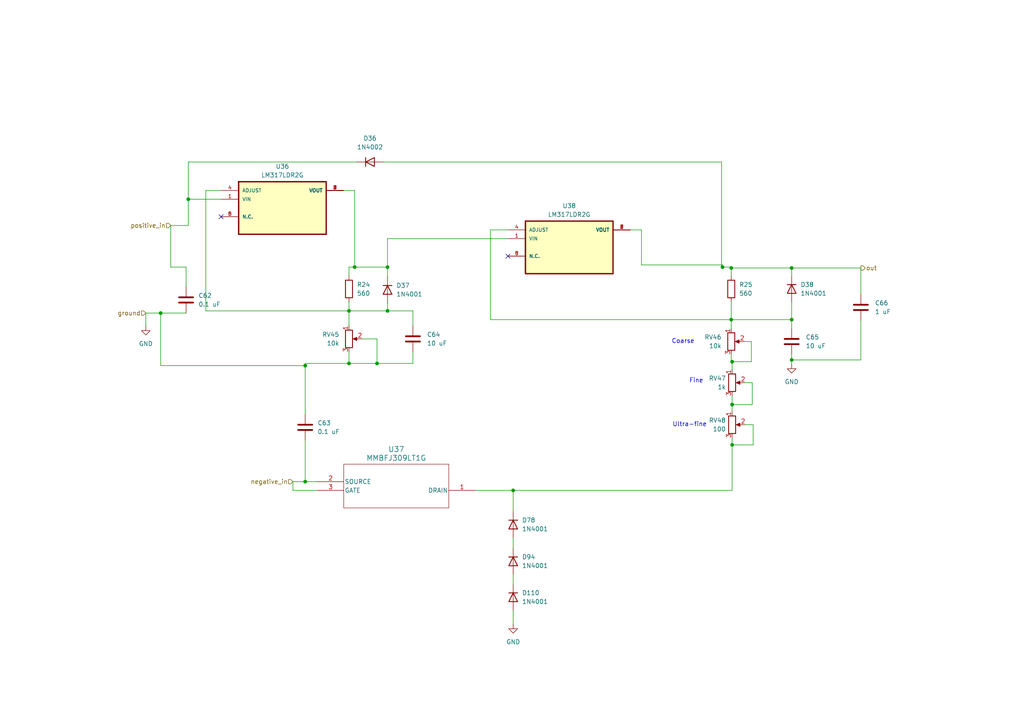
<source format=kicad_sch>
(kicad_sch
	(version 20250114)
	(generator "eeschema")
	(generator_version "9.0")
	(uuid "064c13e3-c67b-462e-84a3-0ee42151cdff")
	(paper "A4")
	(title_block
		(title "channel")
	)
	(lib_symbols
		(symbol "2025-10-09_09-54-36:MMBFJ309LT1G"
			(pin_names
				(offset 0.254)
			)
			(exclude_from_sim no)
			(in_bom yes)
			(on_board yes)
			(property "Reference" "U"
				(at 22.86 10.16 0)
				(effects
					(font
						(size 1.524 1.524)
					)
				)
			)
			(property "Value" "MMBFJ309LT1G"
				(at 22.86 7.62 0)
				(effects
					(font
						(size 1.524 1.524)
					)
				)
			)
			(property "Footprint" "SOT-23_ONS"
				(at 0 0 0)
				(effects
					(font
						(size 1.27 1.27)
						(italic yes)
					)
					(hide yes)
				)
			)
			(property "Datasheet" "MMBFJ309LT1G"
				(at 0 0 0)
				(effects
					(font
						(size 1.27 1.27)
						(italic yes)
					)
					(hide yes)
				)
			)
			(property "Description" ""
				(at 0 0 0)
				(effects
					(font
						(size 1.27 1.27)
					)
					(hide yes)
				)
			)
			(property "ki_locked" ""
				(at 0 0 0)
				(effects
					(font
						(size 1.27 1.27)
					)
				)
			)
			(property "ki_keywords" "MMBFJ309LT1G"
				(at 0 0 0)
				(effects
					(font
						(size 1.27 1.27)
					)
					(hide yes)
				)
			)
			(property "ki_fp_filters" "SOT-23_ONS SOT-23_ONS-M SOT-23_ONS-L"
				(at 0 0 0)
				(effects
					(font
						(size 1.27 1.27)
					)
					(hide yes)
				)
			)
			(symbol "MMBFJ309LT1G_0_1"
				(polyline
					(pts
						(xy 7.62 5.08) (xy 7.62 -7.62)
					)
					(stroke
						(width 0.127)
						(type default)
					)
					(fill
						(type none)
					)
				)
				(polyline
					(pts
						(xy 7.62 -7.62) (xy 38.1 -7.62)
					)
					(stroke
						(width 0.127)
						(type default)
					)
					(fill
						(type none)
					)
				)
				(polyline
					(pts
						(xy 38.1 5.08) (xy 7.62 5.08)
					)
					(stroke
						(width 0.127)
						(type default)
					)
					(fill
						(type none)
					)
				)
				(polyline
					(pts
						(xy 38.1 -7.62) (xy 38.1 5.08)
					)
					(stroke
						(width 0.127)
						(type default)
					)
					(fill
						(type none)
					)
				)
				(pin unspecified line
					(at 0 0 0)
					(length 7.62)
					(name "DRAIN"
						(effects
							(font
								(size 1.27 1.27)
							)
						)
					)
					(number "1"
						(effects
							(font
								(size 1.27 1.27)
							)
						)
					)
				)
				(pin unspecified line
					(at 45.72 0 180)
					(length 7.62)
					(name "GATE"
						(effects
							(font
								(size 1.27 1.27)
							)
						)
					)
					(number "3"
						(effects
							(font
								(size 1.27 1.27)
							)
						)
					)
				)
				(pin unspecified line
					(at 45.72 -2.54 180)
					(length 7.62)
					(name "SOURCE"
						(effects
							(font
								(size 1.27 1.27)
							)
						)
					)
					(number "2"
						(effects
							(font
								(size 1.27 1.27)
							)
						)
					)
				)
			)
			(embedded_fonts no)
		)
		(symbol "Device:C"
			(pin_numbers
				(hide yes)
			)
			(pin_names
				(offset 0.254)
			)
			(exclude_from_sim no)
			(in_bom yes)
			(on_board yes)
			(property "Reference" "C"
				(at 0.635 2.54 0)
				(effects
					(font
						(size 1.27 1.27)
					)
					(justify left)
				)
			)
			(property "Value" "C"
				(at 0.635 -2.54 0)
				(effects
					(font
						(size 1.27 1.27)
					)
					(justify left)
				)
			)
			(property "Footprint" ""
				(at 0.9652 -3.81 0)
				(effects
					(font
						(size 1.27 1.27)
					)
					(hide yes)
				)
			)
			(property "Datasheet" "~"
				(at 0 0 0)
				(effects
					(font
						(size 1.27 1.27)
					)
					(hide yes)
				)
			)
			(property "Description" "Unpolarized capacitor"
				(at 0 0 0)
				(effects
					(font
						(size 1.27 1.27)
					)
					(hide yes)
				)
			)
			(property "ki_keywords" "cap capacitor"
				(at 0 0 0)
				(effects
					(font
						(size 1.27 1.27)
					)
					(hide yes)
				)
			)
			(property "ki_fp_filters" "C_*"
				(at 0 0 0)
				(effects
					(font
						(size 1.27 1.27)
					)
					(hide yes)
				)
			)
			(symbol "C_0_1"
				(polyline
					(pts
						(xy -2.032 0.762) (xy 2.032 0.762)
					)
					(stroke
						(width 0.508)
						(type default)
					)
					(fill
						(type none)
					)
				)
				(polyline
					(pts
						(xy -2.032 -0.762) (xy 2.032 -0.762)
					)
					(stroke
						(width 0.508)
						(type default)
					)
					(fill
						(type none)
					)
				)
			)
			(symbol "C_1_1"
				(pin passive line
					(at 0 3.81 270)
					(length 2.794)
					(name "~"
						(effects
							(font
								(size 1.27 1.27)
							)
						)
					)
					(number "1"
						(effects
							(font
								(size 1.27 1.27)
							)
						)
					)
				)
				(pin passive line
					(at 0 -3.81 90)
					(length 2.794)
					(name "~"
						(effects
							(font
								(size 1.27 1.27)
							)
						)
					)
					(number "2"
						(effects
							(font
								(size 1.27 1.27)
							)
						)
					)
				)
			)
			(embedded_fonts no)
		)
		(symbol "Device:D"
			(pin_numbers
				(hide yes)
			)
			(pin_names
				(offset 1.016)
				(hide yes)
			)
			(exclude_from_sim no)
			(in_bom yes)
			(on_board yes)
			(property "Reference" "D"
				(at 0 2.54 0)
				(effects
					(font
						(size 1.27 1.27)
					)
				)
			)
			(property "Value" "D"
				(at 0 -2.54 0)
				(effects
					(font
						(size 1.27 1.27)
					)
				)
			)
			(property "Footprint" ""
				(at 0 0 0)
				(effects
					(font
						(size 1.27 1.27)
					)
					(hide yes)
				)
			)
			(property "Datasheet" "~"
				(at 0 0 0)
				(effects
					(font
						(size 1.27 1.27)
					)
					(hide yes)
				)
			)
			(property "Description" "Diode"
				(at 0 0 0)
				(effects
					(font
						(size 1.27 1.27)
					)
					(hide yes)
				)
			)
			(property "Sim.Device" "D"
				(at 0 0 0)
				(effects
					(font
						(size 1.27 1.27)
					)
					(hide yes)
				)
			)
			(property "Sim.Pins" "1=K 2=A"
				(at 0 0 0)
				(effects
					(font
						(size 1.27 1.27)
					)
					(hide yes)
				)
			)
			(property "ki_keywords" "diode"
				(at 0 0 0)
				(effects
					(font
						(size 1.27 1.27)
					)
					(hide yes)
				)
			)
			(property "ki_fp_filters" "TO-???* *_Diode_* *SingleDiode* D_*"
				(at 0 0 0)
				(effects
					(font
						(size 1.27 1.27)
					)
					(hide yes)
				)
			)
			(symbol "D_0_1"
				(polyline
					(pts
						(xy -1.27 1.27) (xy -1.27 -1.27)
					)
					(stroke
						(width 0.254)
						(type default)
					)
					(fill
						(type none)
					)
				)
				(polyline
					(pts
						(xy 1.27 1.27) (xy 1.27 -1.27) (xy -1.27 0) (xy 1.27 1.27)
					)
					(stroke
						(width 0.254)
						(type default)
					)
					(fill
						(type none)
					)
				)
				(polyline
					(pts
						(xy 1.27 0) (xy -1.27 0)
					)
					(stroke
						(width 0)
						(type default)
					)
					(fill
						(type none)
					)
				)
			)
			(symbol "D_1_1"
				(pin passive line
					(at -3.81 0 0)
					(length 2.54)
					(name "K"
						(effects
							(font
								(size 1.27 1.27)
							)
						)
					)
					(number "1"
						(effects
							(font
								(size 1.27 1.27)
							)
						)
					)
				)
				(pin passive line
					(at 3.81 0 180)
					(length 2.54)
					(name "A"
						(effects
							(font
								(size 1.27 1.27)
							)
						)
					)
					(number "2"
						(effects
							(font
								(size 1.27 1.27)
							)
						)
					)
				)
			)
			(embedded_fonts no)
		)
		(symbol "Device:R"
			(pin_numbers
				(hide yes)
			)
			(pin_names
				(offset 0)
			)
			(exclude_from_sim no)
			(in_bom yes)
			(on_board yes)
			(property "Reference" "R"
				(at 2.032 0 90)
				(effects
					(font
						(size 1.27 1.27)
					)
				)
			)
			(property "Value" "R"
				(at 0 0 90)
				(effects
					(font
						(size 1.27 1.27)
					)
				)
			)
			(property "Footprint" ""
				(at -1.778 0 90)
				(effects
					(font
						(size 1.27 1.27)
					)
					(hide yes)
				)
			)
			(property "Datasheet" "~"
				(at 0 0 0)
				(effects
					(font
						(size 1.27 1.27)
					)
					(hide yes)
				)
			)
			(property "Description" "Resistor"
				(at 0 0 0)
				(effects
					(font
						(size 1.27 1.27)
					)
					(hide yes)
				)
			)
			(property "ki_keywords" "R res resistor"
				(at 0 0 0)
				(effects
					(font
						(size 1.27 1.27)
					)
					(hide yes)
				)
			)
			(property "ki_fp_filters" "R_*"
				(at 0 0 0)
				(effects
					(font
						(size 1.27 1.27)
					)
					(hide yes)
				)
			)
			(symbol "R_0_1"
				(rectangle
					(start -1.016 -2.54)
					(end 1.016 2.54)
					(stroke
						(width 0.254)
						(type default)
					)
					(fill
						(type none)
					)
				)
			)
			(symbol "R_1_1"
				(pin passive line
					(at 0 3.81 270)
					(length 1.27)
					(name "~"
						(effects
							(font
								(size 1.27 1.27)
							)
						)
					)
					(number "1"
						(effects
							(font
								(size 1.27 1.27)
							)
						)
					)
				)
				(pin passive line
					(at 0 -3.81 90)
					(length 1.27)
					(name "~"
						(effects
							(font
								(size 1.27 1.27)
							)
						)
					)
					(number "2"
						(effects
							(font
								(size 1.27 1.27)
							)
						)
					)
				)
			)
			(embedded_fonts no)
		)
		(symbol "Device:R_Potentiometer"
			(pin_names
				(offset 1.016)
				(hide yes)
			)
			(exclude_from_sim no)
			(in_bom yes)
			(on_board yes)
			(property "Reference" "RV"
				(at -4.445 0 90)
				(effects
					(font
						(size 1.27 1.27)
					)
				)
			)
			(property "Value" "R_Potentiometer"
				(at -2.54 0 90)
				(effects
					(font
						(size 1.27 1.27)
					)
				)
			)
			(property "Footprint" ""
				(at 0 0 0)
				(effects
					(font
						(size 1.27 1.27)
					)
					(hide yes)
				)
			)
			(property "Datasheet" "~"
				(at 0 0 0)
				(effects
					(font
						(size 1.27 1.27)
					)
					(hide yes)
				)
			)
			(property "Description" "Potentiometer"
				(at 0 0 0)
				(effects
					(font
						(size 1.27 1.27)
					)
					(hide yes)
				)
			)
			(property "ki_keywords" "resistor variable"
				(at 0 0 0)
				(effects
					(font
						(size 1.27 1.27)
					)
					(hide yes)
				)
			)
			(property "ki_fp_filters" "Potentiometer*"
				(at 0 0 0)
				(effects
					(font
						(size 1.27 1.27)
					)
					(hide yes)
				)
			)
			(symbol "R_Potentiometer_0_1"
				(rectangle
					(start 1.016 2.54)
					(end -1.016 -2.54)
					(stroke
						(width 0.254)
						(type default)
					)
					(fill
						(type none)
					)
				)
				(polyline
					(pts
						(xy 1.143 0) (xy 2.286 0.508) (xy 2.286 -0.508) (xy 1.143 0)
					)
					(stroke
						(width 0)
						(type default)
					)
					(fill
						(type outline)
					)
				)
				(polyline
					(pts
						(xy 2.54 0) (xy 1.524 0)
					)
					(stroke
						(width 0)
						(type default)
					)
					(fill
						(type none)
					)
				)
			)
			(symbol "R_Potentiometer_1_1"
				(pin passive line
					(at 0 3.81 270)
					(length 1.27)
					(name "1"
						(effects
							(font
								(size 1.27 1.27)
							)
						)
					)
					(number "1"
						(effects
							(font
								(size 1.27 1.27)
							)
						)
					)
				)
				(pin passive line
					(at 0 -3.81 90)
					(length 1.27)
					(name "3"
						(effects
							(font
								(size 1.27 1.27)
							)
						)
					)
					(number "3"
						(effects
							(font
								(size 1.27 1.27)
							)
						)
					)
				)
				(pin passive line
					(at 3.81 0 180)
					(length 1.27)
					(name "2"
						(effects
							(font
								(size 1.27 1.27)
							)
						)
					)
					(number "2"
						(effects
							(font
								(size 1.27 1.27)
							)
						)
					)
				)
			)
			(embedded_fonts no)
		)
		(symbol "LM317LDR2G:LM317LDR2G"
			(pin_names
				(offset 1.016)
			)
			(exclude_from_sim no)
			(in_bom yes)
			(on_board yes)
			(property "Reference" "U"
				(at -12.7 8.62 0)
				(effects
					(font
						(size 1.27 1.27)
					)
					(justify left bottom)
				)
			)
			(property "Value" "LM317LDR2G"
				(at -12.7 -11.62 0)
				(effects
					(font
						(size 1.27 1.27)
					)
					(justify left bottom)
				)
			)
			(property "Footprint" "LM317LDR2G:SOIC127P600X175-8N"
				(at 0 0 0)
				(effects
					(font
						(size 1.27 1.27)
					)
					(justify bottom)
					(hide yes)
				)
			)
			(property "Datasheet" ""
				(at 0 0 0)
				(effects
					(font
						(size 1.27 1.27)
					)
					(hide yes)
				)
			)
			(property "Description" ""
				(at 0 0 0)
				(effects
					(font
						(size 1.27 1.27)
					)
					(hide yes)
				)
			)
			(property "MF" "ON Semiconductor"
				(at 0 0 0)
				(effects
					(font
						(size 1.27 1.27)
					)
					(justify bottom)
					(hide yes)
				)
			)
			(property "Description_1" "Linear Voltage Regulator IC Positive Adjustable 1 Output 100mA 8-SOIC"
				(at 0 0 0)
				(effects
					(font
						(size 1.27 1.27)
					)
					(justify bottom)
					(hide yes)
				)
			)
			(property "Package" "SOIC-8 ON Semiconductor"
				(at 0 0 0)
				(effects
					(font
						(size 1.27 1.27)
					)
					(justify bottom)
					(hide yes)
				)
			)
			(property "Price" "None"
				(at 0 0 0)
				(effects
					(font
						(size 1.27 1.27)
					)
					(justify bottom)
					(hide yes)
				)
			)
			(property "SnapEDA_Link" "https://www.snapeda.com/parts/LM317LDR2G/Onsemi/view-part/?ref=snap"
				(at 0 0 0)
				(effects
					(font
						(size 1.27 1.27)
					)
					(justify bottom)
					(hide yes)
				)
			)
			(property "MP" "LM317LDR2G"
				(at 0 0 0)
				(effects
					(font
						(size 1.27 1.27)
					)
					(justify bottom)
					(hide yes)
				)
			)
			(property "Availability" "In Stock"
				(at 0 0 0)
				(effects
					(font
						(size 1.27 1.27)
					)
					(justify bottom)
					(hide yes)
				)
			)
			(property "Check_prices" "https://www.snapeda.com/parts/LM317LDR2G/Onsemi/view-part/?ref=eda"
				(at 0 0 0)
				(effects
					(font
						(size 1.27 1.27)
					)
					(justify bottom)
					(hide yes)
				)
			)
			(symbol "LM317LDR2G_0_0"
				(rectangle
					(start -12.7 -7.62)
					(end 12.7 7.62)
					(stroke
						(width 0.41)
						(type default)
					)
					(fill
						(type background)
					)
				)
				(pin input line
					(at -17.78 5.08 0)
					(length 5.08)
					(name "ADJUST"
						(effects
							(font
								(size 1.016 1.016)
							)
						)
					)
					(number "4"
						(effects
							(font
								(size 1.016 1.016)
							)
						)
					)
				)
				(pin input line
					(at -17.78 2.54 0)
					(length 5.08)
					(name "VIN"
						(effects
							(font
								(size 1.016 1.016)
							)
						)
					)
					(number "1"
						(effects
							(font
								(size 1.016 1.016)
							)
						)
					)
				)
				(pin bidirectional line
					(at -17.78 -2.54 0)
					(length 5.08)
					(name "N.C."
						(effects
							(font
								(size 1.016 1.016)
							)
						)
					)
					(number "5"
						(effects
							(font
								(size 1.016 1.016)
							)
						)
					)
				)
				(pin bidirectional line
					(at -17.78 -2.54 0)
					(length 5.08)
					(name "N.C."
						(effects
							(font
								(size 1.016 1.016)
							)
						)
					)
					(number "8"
						(effects
							(font
								(size 1.016 1.016)
							)
						)
					)
				)
				(pin output line
					(at 17.78 5.08 180)
					(length 5.08)
					(name "VOUT"
						(effects
							(font
								(size 1.016 1.016)
							)
						)
					)
					(number "2"
						(effects
							(font
								(size 1.016 1.016)
							)
						)
					)
				)
				(pin output line
					(at 17.78 5.08 180)
					(length 5.08)
					(name "VOUT"
						(effects
							(font
								(size 1.016 1.016)
							)
						)
					)
					(number "3"
						(effects
							(font
								(size 1.016 1.016)
							)
						)
					)
				)
				(pin output line
					(at 17.78 5.08 180)
					(length 5.08)
					(name "VOUT"
						(effects
							(font
								(size 1.016 1.016)
							)
						)
					)
					(number "6"
						(effects
							(font
								(size 1.016 1.016)
							)
						)
					)
				)
				(pin output line
					(at 17.78 5.08 180)
					(length 5.08)
					(name "VOUT"
						(effects
							(font
								(size 1.016 1.016)
							)
						)
					)
					(number "7"
						(effects
							(font
								(size 1.016 1.016)
							)
						)
					)
				)
			)
			(embedded_fonts no)
		)
		(symbol "power:GND"
			(power)
			(pin_numbers
				(hide yes)
			)
			(pin_names
				(offset 0)
				(hide yes)
			)
			(exclude_from_sim no)
			(in_bom yes)
			(on_board yes)
			(property "Reference" "#PWR"
				(at 0 -6.35 0)
				(effects
					(font
						(size 1.27 1.27)
					)
					(hide yes)
				)
			)
			(property "Value" "GND"
				(at 0 -3.81 0)
				(effects
					(font
						(size 1.27 1.27)
					)
				)
			)
			(property "Footprint" ""
				(at 0 0 0)
				(effects
					(font
						(size 1.27 1.27)
					)
					(hide yes)
				)
			)
			(property "Datasheet" ""
				(at 0 0 0)
				(effects
					(font
						(size 1.27 1.27)
					)
					(hide yes)
				)
			)
			(property "Description" "Power symbol creates a global label with name \"GND\" , ground"
				(at 0 0 0)
				(effects
					(font
						(size 1.27 1.27)
					)
					(hide yes)
				)
			)
			(property "ki_keywords" "global power"
				(at 0 0 0)
				(effects
					(font
						(size 1.27 1.27)
					)
					(hide yes)
				)
			)
			(symbol "GND_0_1"
				(polyline
					(pts
						(xy 0 0) (xy 0 -1.27) (xy 1.27 -1.27) (xy 0 -2.54) (xy -1.27 -1.27) (xy 0 -1.27)
					)
					(stroke
						(width 0)
						(type default)
					)
					(fill
						(type none)
					)
				)
			)
			(symbol "GND_1_1"
				(pin power_in line
					(at 0 0 270)
					(length 0)
					(name "~"
						(effects
							(font
								(size 1.27 1.27)
							)
						)
					)
					(number "1"
						(effects
							(font
								(size 1.27 1.27)
							)
						)
					)
				)
			)
			(embedded_fonts no)
		)
	)
	(text "Ultra-fine"
		(exclude_from_sim no)
		(at 200.025 123.19 0)
		(effects
			(font
				(size 1.27 1.27)
			)
		)
		(uuid "106e01bb-89b7-4b99-a0de-d47eb03ebcbd")
	)
	(text "Fine"
		(exclude_from_sim no)
		(at 201.93 110.49 0)
		(effects
			(font
				(size 1.27 1.27)
			)
		)
		(uuid "47861cb1-f5c3-4aa3-a548-17f8a06b0dc4")
	)
	(text "Coarse"
		(exclude_from_sim no)
		(at 198.12 99.06 0)
		(effects
			(font
				(size 1.27 1.27)
			)
		)
		(uuid "5f5ed14b-608a-4c02-b6b8-5681d28cc30c")
	)
	(junction
		(at 109.347 105.41)
		(diameter 0)
		(color 0 0 0 0)
		(uuid "033d7ebc-466d-48ed-96c8-f0797a4e7931")
	)
	(junction
		(at 88.519 139.7)
		(diameter 0)
		(color 0 0 0 0)
		(uuid "26a0d313-e353-49a9-8f57-33cf26f1306a")
	)
	(junction
		(at 54.61 57.785)
		(diameter 0)
		(color 0 0 0 0)
		(uuid "2a89a709-1657-41bb-a788-c32ace6f4fb4")
	)
	(junction
		(at 229.616 77.724)
		(diameter 0)
		(color 0 0 0 0)
		(uuid "386510f8-c385-4c49-b56a-f7c0bf0141cc")
	)
	(junction
		(at 101.219 105.41)
		(diameter 0)
		(color 0 0 0 0)
		(uuid "43175afa-452b-4c4d-bcbd-5bc3752d4a55")
	)
	(junction
		(at 102.87 77.47)
		(diameter 0)
		(color 0 0 0 0)
		(uuid "565fc0ba-457c-4ba6-a779-cd4e58ea2ac2")
	)
	(junction
		(at 112.395 77.47)
		(diameter 0)
		(color 0 0 0 0)
		(uuid "614ecd3b-8d93-4224-8680-3f743a135adb")
	)
	(junction
		(at 212.344 104.902)
		(diameter 0)
		(color 0 0 0 0)
		(uuid "7649bdad-1653-4570-9cda-3746975f52c5")
	)
	(junction
		(at 101.219 90.17)
		(diameter 0)
		(color 0 0 0 0)
		(uuid "7ef5eea1-b137-427d-b415-dfefff8996ea")
	)
	(junction
		(at 88.519 106.045)
		(diameter 0)
		(color 0 0 0 0)
		(uuid "8112fd4e-7ebb-484e-8429-43a005ec5deb")
	)
	(junction
		(at 212.344 129.032)
		(diameter 0)
		(color 0 0 0 0)
		(uuid "906f3cbb-4063-426a-9762-0f323e2eb9ca")
	)
	(junction
		(at 209.55 77.47)
		(diameter 0)
		(color 0 0 0 0)
		(uuid "90ac6801-efbe-40fe-864f-f9800db727f6")
	)
	(junction
		(at 112.395 90.17)
		(diameter 0)
		(color 0 0 0 0)
		(uuid "a556fdd1-be34-4587-8a14-f6de8b3a77e6")
	)
	(junction
		(at 212.344 117.348)
		(diameter 0)
		(color 0 0 0 0)
		(uuid "a8b72da1-1b7f-4d5f-a4f1-893b151200d7")
	)
	(junction
		(at 46.609 90.805)
		(diameter 0)
		(color 0 0 0 0)
		(uuid "ba4a8f02-0913-47f8-8382-d7fc7d54f9d9")
	)
	(junction
		(at 212.09 92.71)
		(diameter 0)
		(color 0 0 0 0)
		(uuid "bc90a594-9ca2-47c4-964b-30b3f8891d7e")
	)
	(junction
		(at 148.844 142.24)
		(diameter 0)
		(color 0 0 0 0)
		(uuid "d0efc6d7-bd18-451e-bd71-de6547567c71")
	)
	(junction
		(at 212.09 77.724)
		(diameter 0)
		(color 0 0 0 0)
		(uuid "d285cd50-3d33-431c-b101-3df5599f4b64")
	)
	(junction
		(at 229.616 104.394)
		(diameter 0)
		(color 0 0 0 0)
		(uuid "dfdb5917-4eed-4a4a-b459-90ead501f1ca")
	)
	(junction
		(at 229.616 92.71)
		(diameter 0)
		(color 0 0 0 0)
		(uuid "e1ad709a-c879-47b5-bb77-faf3a6ed3d49")
	)
	(no_connect
		(at 147.32 74.295)
		(uuid "112d3602-996c-403f-8b8e-b14f9ca25303")
	)
	(no_connect
		(at 64.135 62.865)
		(uuid "8404235c-584a-44f6-ad01-4886de6bd96d")
	)
	(wire
		(pts
			(xy 59.69 55.245) (xy 59.69 90.17)
		)
		(stroke
			(width 0)
			(type default)
		)
		(uuid "04dee23a-c909-4c10-b34a-4d5cffb804bf")
	)
	(wire
		(pts
			(xy 209.296 46.99) (xy 209.296 77.47)
		)
		(stroke
			(width 0)
			(type default)
		)
		(uuid "097c004d-f8ab-4684-b1f4-5cc3bab53700")
	)
	(wire
		(pts
			(xy 119.761 94.488) (xy 119.761 90.17)
		)
		(stroke
			(width 0)
			(type default)
		)
		(uuid "10f73979-5f86-4f43-a501-b3a76dc38f86")
	)
	(wire
		(pts
			(xy 212.09 92.71) (xy 229.616 92.71)
		)
		(stroke
			(width 0)
			(type default)
		)
		(uuid "141b451a-b6c4-4a12-a309-428da831af44")
	)
	(wire
		(pts
			(xy 112.395 87.884) (xy 112.395 90.17)
		)
		(stroke
			(width 0)
			(type default)
		)
		(uuid "158438fd-f000-4758-91c5-ba418612cdc7")
	)
	(wire
		(pts
			(xy 148.844 155.956) (xy 148.844 159.004)
		)
		(stroke
			(width 0)
			(type default)
		)
		(uuid "1b2df5d4-7722-4992-8d2f-55fc03713a5c")
	)
	(wire
		(pts
			(xy 216.154 110.998) (xy 218.186 110.998)
		)
		(stroke
			(width 0)
			(type default)
		)
		(uuid "1dc470e9-3f14-45d5-b45f-73431f0f08df")
	)
	(wire
		(pts
			(xy 147.32 66.675) (xy 142.24 66.675)
		)
		(stroke
			(width 0)
			(type default)
		)
		(uuid "1fff57a0-5df5-4542-88d7-935baed56724")
	)
	(wire
		(pts
			(xy 88.519 139.7) (xy 92.075 139.7)
		)
		(stroke
			(width 0)
			(type default)
		)
		(uuid "20d6a148-33b1-4f73-a6a8-c0db037e0a2f")
	)
	(wire
		(pts
			(xy 147.32 69.215) (xy 112.395 69.215)
		)
		(stroke
			(width 0)
			(type default)
		)
		(uuid "22ec63f9-9921-4e8a-963f-3345afe33f93")
	)
	(wire
		(pts
			(xy 249.682 77.724) (xy 229.616 77.724)
		)
		(stroke
			(width 0)
			(type default)
		)
		(uuid "23949ee2-4bcf-458f-865e-88de5f583986")
	)
	(wire
		(pts
			(xy 209.296 77.47) (xy 209.55 77.47)
		)
		(stroke
			(width 0)
			(type default)
		)
		(uuid "2452edd1-fe35-408a-98ec-eea29982f999")
	)
	(wire
		(pts
			(xy 88.519 106.045) (xy 88.519 120.142)
		)
		(stroke
			(width 0)
			(type default)
		)
		(uuid "24f15d4c-6d61-4073-b261-ebaf70dc57ee")
	)
	(wire
		(pts
			(xy 119.761 90.17) (xy 112.395 90.17)
		)
		(stroke
			(width 0)
			(type default)
		)
		(uuid "26278fcb-ca02-4ce9-a6b4-a1dc969acefb")
	)
	(wire
		(pts
			(xy 109.347 105.41) (xy 119.761 105.41)
		)
		(stroke
			(width 0)
			(type default)
		)
		(uuid "2b1ab6fd-59db-49eb-a8a0-477228a8bd88")
	)
	(wire
		(pts
			(xy 249.682 104.394) (xy 229.616 104.394)
		)
		(stroke
			(width 0)
			(type default)
		)
		(uuid "2ce7b0e3-9f13-4610-8514-ca3cfc712dda")
	)
	(wire
		(pts
			(xy 42.291 90.805) (xy 46.609 90.805)
		)
		(stroke
			(width 0)
			(type default)
		)
		(uuid "2e762a46-a027-48f3-ba2d-2ba2eb873031")
	)
	(wire
		(pts
			(xy 53.975 77.47) (xy 53.975 83.185)
		)
		(stroke
			(width 0)
			(type default)
		)
		(uuid "310c5beb-f931-47d8-b4c1-7065fb63c7e0")
	)
	(wire
		(pts
			(xy 212.344 129.032) (xy 212.344 127)
		)
		(stroke
			(width 0)
			(type default)
		)
		(uuid "34f39088-f734-4a15-8a43-e2da9d9c8a41")
	)
	(wire
		(pts
			(xy 142.24 66.675) (xy 142.24 92.71)
		)
		(stroke
			(width 0)
			(type default)
		)
		(uuid "35e934be-bb19-40dd-8df1-4b1815f11546")
	)
	(wire
		(pts
			(xy 215.9 99.06) (xy 217.932 99.06)
		)
		(stroke
			(width 0)
			(type default)
		)
		(uuid "36180e5a-4cbc-4b24-8e16-b6a543b56aac")
	)
	(wire
		(pts
			(xy 218.44 129.032) (xy 212.344 129.032)
		)
		(stroke
			(width 0)
			(type default)
		)
		(uuid "3a9d67bd-0040-4e5c-98cc-aaedd184a3e2")
	)
	(wire
		(pts
			(xy 99.695 55.245) (xy 102.87 55.245)
		)
		(stroke
			(width 0)
			(type default)
		)
		(uuid "3b80db86-b8ff-47f0-b1c6-4b800508ecb2")
	)
	(wire
		(pts
			(xy 218.44 123.19) (xy 218.44 129.032)
		)
		(stroke
			(width 0)
			(type default)
		)
		(uuid "43acadb2-43ee-4642-bdcc-54d94fbcf754")
	)
	(wire
		(pts
			(xy 101.219 105.41) (xy 88.519 105.41)
		)
		(stroke
			(width 0)
			(type default)
		)
		(uuid "43b9ca2f-2cb8-42a2-ab4a-d64c85a9489d")
	)
	(wire
		(pts
			(xy 88.519 127.762) (xy 88.519 139.7)
		)
		(stroke
			(width 0)
			(type default)
		)
		(uuid "457337e0-d82d-4fa1-a52d-61309d6e501a")
	)
	(wire
		(pts
			(xy 217.932 104.902) (xy 212.344 104.902)
		)
		(stroke
			(width 0)
			(type default)
		)
		(uuid "45ccc2ff-7dc8-479b-be23-a6863cff29fc")
	)
	(wire
		(pts
			(xy 101.219 87.63) (xy 101.219 90.17)
		)
		(stroke
			(width 0)
			(type default)
		)
		(uuid "47fa7c5e-6615-4c85-93ca-0d569629157f")
	)
	(wire
		(pts
			(xy 148.844 142.24) (xy 212.344 142.24)
		)
		(stroke
			(width 0)
			(type default)
		)
		(uuid "4856b65b-9a21-485f-894f-f3d12d08ff11")
	)
	(wire
		(pts
			(xy 229.616 92.71) (xy 229.616 87.63)
		)
		(stroke
			(width 0)
			(type default)
		)
		(uuid "4d307128-7903-43c7-a9e8-7520ca03d740")
	)
	(wire
		(pts
			(xy 54.61 46.99) (xy 54.61 57.785)
		)
		(stroke
			(width 0)
			(type default)
		)
		(uuid "59127f9b-ffdb-40a6-9e4c-d3c2a8eb7170")
	)
	(wire
		(pts
			(xy 186.055 76.835) (xy 209.55 76.835)
		)
		(stroke
			(width 0)
			(type default)
		)
		(uuid "59596210-33f2-4d97-ba4b-1bd471d41ef7")
	)
	(wire
		(pts
			(xy 148.844 177.038) (xy 148.844 181.102)
		)
		(stroke
			(width 0)
			(type default)
		)
		(uuid "5bd05c2f-5cd8-4222-a78b-22a97d7a5cf2")
	)
	(wire
		(pts
			(xy 102.87 77.47) (xy 112.395 77.47)
		)
		(stroke
			(width 0)
			(type default)
		)
		(uuid "5c094197-7dec-4ae2-ba93-48c3736488a4")
	)
	(wire
		(pts
			(xy 84.963 142.24) (xy 84.963 139.7)
		)
		(stroke
			(width 0)
			(type default)
		)
		(uuid "5c68500d-1b6f-464d-952e-f0519ee4d089")
	)
	(wire
		(pts
			(xy 249.682 92.964) (xy 249.682 104.394)
		)
		(stroke
			(width 0)
			(type default)
		)
		(uuid "5e41f859-7d26-4305-93de-73bb0d127c1a")
	)
	(wire
		(pts
			(xy 101.219 77.47) (xy 101.219 80.01)
		)
		(stroke
			(width 0)
			(type default)
		)
		(uuid "676581a3-848f-41c8-b431-ee5a8989ef8c")
	)
	(wire
		(pts
			(xy 46.609 106.045) (xy 46.609 90.805)
		)
		(stroke
			(width 0)
			(type default)
		)
		(uuid "6c12bdab-37b3-43e2-a5ac-712d714e2832")
	)
	(wire
		(pts
			(xy 148.844 142.24) (xy 148.844 148.336)
		)
		(stroke
			(width 0)
			(type default)
		)
		(uuid "6d1a99bf-c10a-42bf-9407-12d7a7e447b6")
	)
	(wire
		(pts
			(xy 46.609 90.805) (xy 53.975 90.805)
		)
		(stroke
			(width 0)
			(type default)
		)
		(uuid "6d3eda3f-766f-48ab-8ec6-10cf96ddeee5")
	)
	(wire
		(pts
			(xy 109.347 98.298) (xy 109.347 105.41)
		)
		(stroke
			(width 0)
			(type default)
		)
		(uuid "6e1099c6-4931-418f-abef-dda6a99ff7c4")
	)
	(wire
		(pts
			(xy 101.219 105.41) (xy 101.219 102.108)
		)
		(stroke
			(width 0)
			(type default)
		)
		(uuid "70efecc4-4f33-4d86-b118-b10c77bd158b")
	)
	(wire
		(pts
			(xy 112.395 69.215) (xy 112.395 77.47)
		)
		(stroke
			(width 0)
			(type default)
		)
		(uuid "7278e949-fa17-47f4-a40f-e62f5a63deed")
	)
	(wire
		(pts
			(xy 212.09 104.902) (xy 212.09 102.87)
		)
		(stroke
			(width 0)
			(type default)
		)
		(uuid "749ec76d-a76b-481c-9188-2066de17c3ed")
	)
	(wire
		(pts
			(xy 49.53 65.405) (xy 49.53 77.47)
		)
		(stroke
			(width 0)
			(type default)
		)
		(uuid "762b1957-025f-4cd3-8fc9-3e7c39747b7b")
	)
	(wire
		(pts
			(xy 148.844 166.624) (xy 148.844 169.418)
		)
		(stroke
			(width 0)
			(type default)
		)
		(uuid "769053b8-5998-4ea1-b0d9-ba30c11e9974")
	)
	(wire
		(pts
			(xy 59.69 90.17) (xy 101.219 90.17)
		)
		(stroke
			(width 0)
			(type default)
		)
		(uuid "7a765060-c6d8-411a-81cd-21bf833fe04e")
	)
	(wire
		(pts
			(xy 84.963 139.7) (xy 88.519 139.7)
		)
		(stroke
			(width 0)
			(type default)
		)
		(uuid "7abe59ce-c2e1-4fdd-89f3-844f40867746")
	)
	(wire
		(pts
			(xy 137.795 142.24) (xy 148.844 142.24)
		)
		(stroke
			(width 0)
			(type default)
		)
		(uuid "8111af23-db34-4937-9605-78bc8fffcc5b")
	)
	(wire
		(pts
			(xy 212.09 77.47) (xy 212.09 77.724)
		)
		(stroke
			(width 0)
			(type default)
		)
		(uuid "814a2e1c-06b7-4143-a843-ead0fc5d036c")
	)
	(wire
		(pts
			(xy 105.029 98.298) (xy 109.347 98.298)
		)
		(stroke
			(width 0)
			(type default)
		)
		(uuid "868ff627-fb31-4341-9a6c-968c7f8f7051")
	)
	(wire
		(pts
			(xy 229.616 77.724) (xy 212.09 77.724)
		)
		(stroke
			(width 0)
			(type default)
		)
		(uuid "880608e4-4f4b-4f74-bb12-0abde8a1cbd7")
	)
	(wire
		(pts
			(xy 112.395 80.264) (xy 112.395 77.47)
		)
		(stroke
			(width 0)
			(type default)
		)
		(uuid "893fc971-4e31-493a-b452-3590717af77e")
	)
	(wire
		(pts
			(xy 229.616 92.71) (xy 229.616 95.25)
		)
		(stroke
			(width 0)
			(type default)
		)
		(uuid "8948230a-08f2-46b6-8300-7104e2662381")
	)
	(wire
		(pts
			(xy 54.61 57.785) (xy 54.61 65.405)
		)
		(stroke
			(width 0)
			(type default)
		)
		(uuid "8b8df163-81ea-4aac-8984-5a4a682cd636")
	)
	(wire
		(pts
			(xy 88.519 106.045) (xy 88.519 105.41)
		)
		(stroke
			(width 0)
			(type default)
		)
		(uuid "8c7ffa86-57ba-435d-b29e-f6855d1fd5b2")
	)
	(wire
		(pts
			(xy 209.55 76.835) (xy 209.55 77.47)
		)
		(stroke
			(width 0)
			(type default)
		)
		(uuid "907cf786-4967-4538-8f15-ec09688436ab")
	)
	(wire
		(pts
			(xy 142.24 92.71) (xy 212.09 92.71)
		)
		(stroke
			(width 0)
			(type default)
		)
		(uuid "97284f1f-663b-47c3-89ee-cd9bf13c993b")
	)
	(wire
		(pts
			(xy 64.135 57.785) (xy 54.61 57.785)
		)
		(stroke
			(width 0)
			(type default)
		)
		(uuid "a15990d8-d2b0-4b9e-a14f-99e33e7b890d")
	)
	(wire
		(pts
			(xy 212.344 142.24) (xy 212.344 129.032)
		)
		(stroke
			(width 0)
			(type default)
		)
		(uuid "a165ca21-45be-49a0-a401-e8dce0ecc911")
	)
	(wire
		(pts
			(xy 212.344 117.348) (xy 212.344 114.808)
		)
		(stroke
			(width 0)
			(type default)
		)
		(uuid "a428c2b4-761c-40ef-9294-4a7da56b3372")
	)
	(wire
		(pts
			(xy 88.519 106.045) (xy 46.609 106.045)
		)
		(stroke
			(width 0)
			(type default)
		)
		(uuid "a8d4163a-ee6e-46c9-a6a6-fb8133b157e6")
	)
	(wire
		(pts
			(xy 212.09 92.71) (xy 212.09 95.25)
		)
		(stroke
			(width 0)
			(type default)
		)
		(uuid "a966cd70-2520-47bf-86d3-254793d4e49b")
	)
	(wire
		(pts
			(xy 212.09 87.63) (xy 212.09 92.71)
		)
		(stroke
			(width 0)
			(type default)
		)
		(uuid "aa655c1f-3798-45c3-9dc5-cf9d7f03d10f")
	)
	(wire
		(pts
			(xy 218.186 117.348) (xy 212.344 117.348)
		)
		(stroke
			(width 0)
			(type default)
		)
		(uuid "aadc3a8e-2e2f-404d-80cf-5114290d2bef")
	)
	(wire
		(pts
			(xy 182.88 66.675) (xy 186.055 66.675)
		)
		(stroke
			(width 0)
			(type default)
		)
		(uuid "ac6ab26a-c7a7-4438-bd1f-dc0f913f9f50")
	)
	(wire
		(pts
			(xy 109.347 105.41) (xy 101.219 105.41)
		)
		(stroke
			(width 0)
			(type default)
		)
		(uuid "acaf0107-d5cb-4729-81d3-e2caab291498")
	)
	(wire
		(pts
			(xy 119.761 102.108) (xy 119.761 105.41)
		)
		(stroke
			(width 0)
			(type default)
		)
		(uuid "b002ebe5-4ed6-4ad5-9dfa-dc8d107a74ab")
	)
	(wire
		(pts
			(xy 249.682 85.344) (xy 249.682 77.724)
		)
		(stroke
			(width 0)
			(type default)
		)
		(uuid "b2c7f800-fe33-4af8-9621-c5337e75f432")
	)
	(wire
		(pts
			(xy 229.616 104.394) (xy 229.616 105.664)
		)
		(stroke
			(width 0)
			(type default)
		)
		(uuid "b3ff5db6-3081-46e1-824e-c651d8a78b47")
	)
	(wire
		(pts
			(xy 212.344 104.902) (xy 212.09 104.902)
		)
		(stroke
			(width 0)
			(type default)
		)
		(uuid "b61ff408-6eb2-4b50-a959-8e366edc7a25")
	)
	(wire
		(pts
			(xy 101.219 77.47) (xy 102.87 77.47)
		)
		(stroke
			(width 0)
			(type default)
		)
		(uuid "b9911455-043c-453d-af1a-99a848dc67e3")
	)
	(wire
		(pts
			(xy 212.344 104.902) (xy 212.344 107.188)
		)
		(stroke
			(width 0)
			(type default)
		)
		(uuid "c44c7d36-b717-4a81-8dda-9eb21ea8db55")
	)
	(wire
		(pts
			(xy 229.616 77.724) (xy 229.616 80.01)
		)
		(stroke
			(width 0)
			(type default)
		)
		(uuid "c4e85511-7e6d-45a9-9c12-0548b4b552b1")
	)
	(wire
		(pts
			(xy 217.932 99.06) (xy 217.932 104.902)
		)
		(stroke
			(width 0)
			(type default)
		)
		(uuid "c9e4f6df-18a4-4e66-af87-dc0ec390c577")
	)
	(wire
		(pts
			(xy 92.075 142.24) (xy 84.963 142.24)
		)
		(stroke
			(width 0)
			(type default)
		)
		(uuid "ce54e8a7-c8f1-4102-b767-dd61dea148c9")
	)
	(wire
		(pts
			(xy 216.154 123.19) (xy 218.44 123.19)
		)
		(stroke
			(width 0)
			(type default)
		)
		(uuid "d0e8978b-49f2-4c67-8ff9-770816217e35")
	)
	(wire
		(pts
			(xy 218.186 110.998) (xy 218.186 117.348)
		)
		(stroke
			(width 0)
			(type default)
		)
		(uuid "d29f42c5-9006-4632-b1bb-920464df1a53")
	)
	(wire
		(pts
			(xy 101.219 90.17) (xy 101.219 94.488)
		)
		(stroke
			(width 0)
			(type default)
		)
		(uuid "d782679d-7f1b-4e04-ab7e-057cc4b66d3c")
	)
	(wire
		(pts
			(xy 49.53 77.47) (xy 53.975 77.47)
		)
		(stroke
			(width 0)
			(type default)
		)
		(uuid "d7c05c0f-2ca9-4dc0-97ae-059d7727eea4")
	)
	(wire
		(pts
			(xy 111.125 46.99) (xy 209.296 46.99)
		)
		(stroke
			(width 0)
			(type default)
		)
		(uuid "da91715f-fc0b-415e-a09c-66717c532db8")
	)
	(wire
		(pts
			(xy 102.87 55.245) (xy 102.87 77.47)
		)
		(stroke
			(width 0)
			(type default)
		)
		(uuid "da955e87-b04a-4ab1-bbeb-ccf091371cce")
	)
	(wire
		(pts
			(xy 186.055 66.675) (xy 186.055 76.835)
		)
		(stroke
			(width 0)
			(type default)
		)
		(uuid "de3da50e-7628-46fd-b163-10c9b0101870")
	)
	(wire
		(pts
			(xy 101.219 90.17) (xy 112.395 90.17)
		)
		(stroke
			(width 0)
			(type default)
		)
		(uuid "ea643a55-6e7a-481d-b9d6-a5f68cab19fa")
	)
	(wire
		(pts
			(xy 229.616 102.87) (xy 229.616 104.394)
		)
		(stroke
			(width 0)
			(type default)
		)
		(uuid "eaf45251-7470-4ee3-8901-5c371d62c690")
	)
	(wire
		(pts
			(xy 49.53 65.405) (xy 54.61 65.405)
		)
		(stroke
			(width 0)
			(type default)
		)
		(uuid "edce8e42-f2ca-4b14-94e5-e5a7ed26f01e")
	)
	(wire
		(pts
			(xy 42.291 94.615) (xy 42.291 90.805)
		)
		(stroke
			(width 0)
			(type default)
		)
		(uuid "f35c6f5d-7c97-4ba3-97a6-dc40110b9fed")
	)
	(wire
		(pts
			(xy 54.61 46.99) (xy 103.505 46.99)
		)
		(stroke
			(width 0)
			(type default)
		)
		(uuid "f373a04b-794d-4666-8b83-da672b8a5f6d")
	)
	(wire
		(pts
			(xy 212.344 117.348) (xy 212.344 119.38)
		)
		(stroke
			(width 0)
			(type default)
		)
		(uuid "f37a244e-3c50-43a0-95a0-c0b3a137ade5")
	)
	(wire
		(pts
			(xy 64.135 55.245) (xy 59.69 55.245)
		)
		(stroke
			(width 0)
			(type default)
		)
		(uuid "f7a6f0c5-0250-4488-b3d2-dd20efeeff40")
	)
	(wire
		(pts
			(xy 209.55 77.47) (xy 212.09 77.47)
		)
		(stroke
			(width 0)
			(type default)
		)
		(uuid "fbb02e3e-ec38-4eef-97de-a148e5b3f119")
	)
	(wire
		(pts
			(xy 212.09 77.724) (xy 212.09 80.01)
		)
		(stroke
			(width 0)
			(type default)
		)
		(uuid "fde0f3b9-59e6-4dae-bef0-87403f1b1ee5")
	)
	(hierarchical_label "out"
		(shape output)
		(at 249.682 77.724 0)
		(effects
			(font
				(size 1.27 1.27)
			)
			(justify left)
		)
		(uuid "9c99a4d6-59ab-4c20-8c37-e7cedbcce0ae")
	)
	(hierarchical_label "negative_in"
		(shape input)
		(at 84.963 139.7 180)
		(effects
			(font
				(size 1.27 1.27)
			)
			(justify right)
		)
		(uuid "a27543df-a20d-48e8-b1f4-5a890fbc211d")
	)
	(hierarchical_label "ground"
		(shape input)
		(at 42.291 90.805 180)
		(effects
			(font
				(size 1.27 1.27)
			)
			(justify right)
		)
		(uuid "d7c9d9d2-b82c-4361-935b-4261648f08bd")
	)
	(hierarchical_label "positive_in"
		(shape input)
		(at 49.53 65.405 180)
		(effects
			(font
				(size 1.27 1.27)
			)
			(justify right)
		)
		(uuid "fced63c3-716f-48e0-902f-e0116eb3c0ff")
	)
	(symbol
		(lib_id "Device:R_Potentiometer")
		(at 212.344 123.19 0)
		(unit 1)
		(exclude_from_sim no)
		(in_bom yes)
		(on_board yes)
		(dnp no)
		(fields_autoplaced yes)
		(uuid "0602bdc0-b8cb-4f13-80be-fed97950893e")
		(property "Reference" "RV4"
			(at 210.566 121.9199 0)
			(effects
				(font
					(size 1.27 1.27)
				)
				(justify right)
			)
		)
		(property "Value" "100"
			(at 210.566 124.4599 0)
			(effects
				(font
					(size 1.27 1.27)
				)
				(justify right)
			)
		)
		(property "Footprint" "3362P-1-103:TRIM_3362P-1-103"
			(at 212.344 123.19 0)
			(effects
				(font
					(size 1.27 1.27)
				)
				(hide yes)
			)
		)
		(property "Datasheet" "https://jlcpcb.com/api/file/downloadByFileSystemAccessId/8588892587868086272"
			(at 212.344 123.19 0)
			(effects
				(font
					(size 1.27 1.27)
				)
				(hide yes)
			)
		)
		(property "Description" "100Ω ±10% Plugin Potentiometers"
			(at 212.344 123.19 0)
			(effects
				(font
					(size 1.27 1.27)
				)
				(hide yes)
			)
		)
		(property "Part Number" "3362P-1-101"
			(at 212.344 123.19 0)
			(effects
				(font
					(size 1.27 1.27)
				)
				(hide yes)
			)
		)
		(property "Manufacturer" "BOCHEN(Chengdu Guosheng Tech)"
			(at 212.344 123.19 0)
			(effects
				(font
					(size 1.27 1.27)
				)
				(hide yes)
			)
		)
		(property "LCSC PN" "C118959"
			(at 212.344 123.19 0)
			(effects
				(font
					(size 1.27 1.27)
				)
				(hide yes)
			)
		)
		(property "Package" "Plugin"
			(at 212.344 123.19 0)
			(effects
				(font
					(size 1.27 1.27)
				)
				(hide yes)
			)
		)
		(pin "1"
			(uuid "43799554-9114-491d-a1b4-bf29c9e7bf13")
		)
		(pin "3"
			(uuid "bffdc37f-8068-4dd8-9b63-9de9f82a9111")
		)
		(pin "2"
			(uuid "cbd57f31-3842-4a4b-8457-d29ea65a093d")
		)
		(instances
			(project "power_source_16_ch_manual_ver_2"
				(path "/ecd02a8b-b83b-40da-bf2f-cd1fdfcbe350/05faa3bb-fcb3-40ea-8823-ef84584dbf91"
					(reference "RV48")
					(unit 1)
				)
				(path "/ecd02a8b-b83b-40da-bf2f-cd1fdfcbe350/17a88a2b-b38f-4c40-92aa-09a8e890e568"
					(reference "RV20")
					(unit 1)
				)
				(path "/ecd02a8b-b83b-40da-bf2f-cd1fdfcbe350/1f2fd752-e007-4650-8dee-9e4cc8e20d90"
					(reference "RV64")
					(unit 1)
				)
				(path "/ecd02a8b-b83b-40da-bf2f-cd1fdfcbe350/210b4613-07de-463b-8335-c7d681a074e0"
					(reference "RV44")
					(unit 1)
				)
				(path "/ecd02a8b-b83b-40da-bf2f-cd1fdfcbe350/336a26e1-3a3c-4b00-83d8-a2d59abce320"
					(reference "RV24")
					(unit 1)
				)
				(path "/ecd02a8b-b83b-40da-bf2f-cd1fdfcbe350/479746ea-2898-473c-b437-3d3675b7be24"
					(reference "RV56")
					(unit 1)
				)
				(path "/ecd02a8b-b83b-40da-bf2f-cd1fdfcbe350/4ef9bc25-4cd4-478d-81d1-353b3beeb450"
					(reference "RV40")
					(unit 1)
				)
				(path "/ecd02a8b-b83b-40da-bf2f-cd1fdfcbe350/55a090f1-a0f9-4dc2-8f19-e35bb2935983"
					(reference "RV16")
					(unit 1)
				)
				(path "/ecd02a8b-b83b-40da-bf2f-cd1fdfcbe350/584333f4-58a9-44d1-a780-9768b7e71a3d"
					(reference "RV60")
					(unit 1)
				)
				(path "/ecd02a8b-b83b-40da-bf2f-cd1fdfcbe350/60d209d1-fee2-4ea5-8989-733204096b56"
					(reference "RV4")
					(unit 1)
				)
				(path "/ecd02a8b-b83b-40da-bf2f-cd1fdfcbe350/82171e20-d994-43c6-8745-2b2c39e38b26"
					(reference "RV52")
					(unit 1)
				)
				(path "/ecd02a8b-b83b-40da-bf2f-cd1fdfcbe350/a292ecf7-360a-4215-9a96-08b524a4d0b7"
					(reference "RV28")
					(unit 1)
				)
				(path "/ecd02a8b-b83b-40da-bf2f-cd1fdfcbe350/a498df22-01d7-49ff-b901-689475077909"
					(reference "RV32")
					(unit 1)
				)
				(path "/ecd02a8b-b83b-40da-bf2f-cd1fdfcbe350/d3e99791-5543-4bfa-9c2e-be4d5d5f4bd8"
					(reference "RV8")
					(unit 1)
				)
				(path "/ecd02a8b-b83b-40da-bf2f-cd1fdfcbe350/d7c06d76-03e1-4153-9b37-ab688e282a65"
					(reference "RV12")
					(unit 1)
				)
				(path "/ecd02a8b-b83b-40da-bf2f-cd1fdfcbe350/fa061fea-8be1-4216-97b1-e07d0e01b876"
					(reference "RV36")
					(unit 1)
				)
			)
		)
	)
	(symbol
		(lib_id "Device:R")
		(at 212.09 83.82 0)
		(unit 1)
		(exclude_from_sim no)
		(in_bom yes)
		(on_board yes)
		(dnp no)
		(fields_autoplaced yes)
		(uuid "0d002169-3faa-4cc7-ba3d-5584ed422464")
		(property "Reference" "R3"
			(at 214.376 82.5499 0)
			(effects
				(font
					(size 1.27 1.27)
				)
				(justify left)
			)
		)
		(property "Value" "560"
			(at 214.376 85.0899 0)
			(effects
				(font
					(size 1.27 1.27)
				)
				(justify left)
			)
		)
		(property "Footprint" "Resistor_SMD:R_0805_2012Metric"
			(at 210.312 83.82 90)
			(effects
				(font
					(size 1.27 1.27)
				)
				(hide yes)
			)
		)
		(property "Datasheet" "https://jlcpcb.com/api/file/downloadByFileSystemAccessId/8579706707788304384"
			(at 212.09 83.82 0)
			(effects
				(font
					(size 1.27 1.27)
				)
				(hide yes)
			)
		)
		(property "Description" "125mW 150V 560Ω Thick Film Resistor ±1% ±100ppm/℃ 0805 Chip Resistor"
			(at 212.09 83.82 0)
			(effects
				(font
					(size 1.27 1.27)
				)
				(hide yes)
			)
		)
		(property "Part Number" "0805W8F5600T5E"
			(at 212.09 83.82 0)
			(effects
				(font
					(size 1.27 1.27)
				)
				(hide yes)
			)
		)
		(property "Manufacturer" "UNI-ROYAL(Uniroyal Elec)"
			(at 212.09 83.82 0)
			(effects
				(font
					(size 1.27 1.27)
				)
				(hide yes)
			)
		)
		(property "LCSC PN" "C28636"
			(at 212.09 83.82 0)
			(effects
				(font
					(size 1.27 1.27)
				)
				(hide yes)
			)
		)
		(property "Package" "0805"
			(at 212.09 83.82 0)
			(effects
				(font
					(size 1.27 1.27)
				)
				(hide yes)
			)
		)
		(pin "1"
			(uuid "1661ba4c-55c4-443a-927b-8a0401829e34")
		)
		(pin "2"
			(uuid "3c63aa11-0a12-4058-94a4-dd9fa9c3b77b")
		)
		(instances
			(project "power_source_16_ch_manual_ver_2"
				(path "/ecd02a8b-b83b-40da-bf2f-cd1fdfcbe350/05faa3bb-fcb3-40ea-8823-ef84584dbf91"
					(reference "R25")
					(unit 1)
				)
				(path "/ecd02a8b-b83b-40da-bf2f-cd1fdfcbe350/17a88a2b-b38f-4c40-92aa-09a8e890e568"
					(reference "R11")
					(unit 1)
				)
				(path "/ecd02a8b-b83b-40da-bf2f-cd1fdfcbe350/1f2fd752-e007-4650-8dee-9e4cc8e20d90"
					(reference "R33")
					(unit 1)
				)
				(path "/ecd02a8b-b83b-40da-bf2f-cd1fdfcbe350/210b4613-07de-463b-8335-c7d681a074e0"
					(reference "R23")
					(unit 1)
				)
				(path "/ecd02a8b-b83b-40da-bf2f-cd1fdfcbe350/336a26e1-3a3c-4b00-83d8-a2d59abce320"
					(reference "R13")
					(unit 1)
				)
				(path "/ecd02a8b-b83b-40da-bf2f-cd1fdfcbe350/479746ea-2898-473c-b437-3d3675b7be24"
					(reference "R29")
					(unit 1)
				)
				(path "/ecd02a8b-b83b-40da-bf2f-cd1fdfcbe350/4ef9bc25-4cd4-478d-81d1-353b3beeb450"
					(reference "R21")
					(unit 1)
				)
				(path "/ecd02a8b-b83b-40da-bf2f-cd1fdfcbe350/55a090f1-a0f9-4dc2-8f19-e35bb2935983"
					(reference "R9")
					(unit 1)
				)
				(path "/ecd02a8b-b83b-40da-bf2f-cd1fdfcbe350/584333f4-58a9-44d1-a780-9768b7e71a3d"
					(reference "R31")
					(unit 1)
				)
				(path "/ecd02a8b-b83b-40da-bf2f-cd1fdfcbe350/60d209d1-fee2-4ea5-8989-733204096b56"
					(reference "R3")
					(unit 1)
				)
				(path "/ecd02a8b-b83b-40da-bf2f-cd1fdfcbe350/82171e20-d994-43c6-8745-2b2c39e38b26"
					(reference "R27")
					(unit 1)
				)
				(path "/ecd02a8b-b83b-40da-bf2f-cd1fdfcbe350/a292ecf7-360a-4215-9a96-08b524a4d0b7"
					(reference "R15")
					(unit 1)
				)
				(path "/ecd02a8b-b83b-40da-bf2f-cd1fdfcbe350/a498df22-01d7-49ff-b901-689475077909"
					(reference "R17")
					(unit 1)
				)
				(path "/ecd02a8b-b83b-40da-bf2f-cd1fdfcbe350/d3e99791-5543-4bfa-9c2e-be4d5d5f4bd8"
					(reference "R5")
					(unit 1)
				)
				(path "/ecd02a8b-b83b-40da-bf2f-cd1fdfcbe350/d7c06d76-03e1-4153-9b37-ab688e282a65"
					(reference "R7")
					(unit 1)
				)
				(path "/ecd02a8b-b83b-40da-bf2f-cd1fdfcbe350/fa061fea-8be1-4216-97b1-e07d0e01b876"
					(reference "R19")
					(unit 1)
				)
			)
		)
	)
	(symbol
		(lib_id "2025-10-09_09-54-36:MMBFJ309LT1G")
		(at 137.795 142.24 180)
		(unit 1)
		(exclude_from_sim no)
		(in_bom yes)
		(on_board yes)
		(dnp no)
		(fields_autoplaced yes)
		(uuid "32505ba1-2820-4cb8-ace0-16bb01e80982")
		(property "Reference" "U4"
			(at 114.935 130.302 0)
			(effects
				(font
					(size 1.524 1.524)
				)
			)
		)
		(property "Value" "MMBFJ309LT1G"
			(at 114.935 132.842 0)
			(effects
				(font
					(size 1.524 1.524)
				)
			)
		)
		(property "Footprint" "KiCADv6:SOT-23_ONS-L"
			(at 137.795 142.24 0)
			(effects
				(font
					(size 1.27 1.27)
					(italic yes)
				)
				(hide yes)
			)
		)
		(property "Datasheet" "https://jlcpcb.com/api/file/downloadByFileSystemAccessId/8586179621713031168"
			(at 137.795 142.24 0)
			(effects
				(font
					(size 1.27 1.27)
					(italic yes)
				)
				(hide yes)
			)
		)
		(property "Description" "SOT-23 JFETs ROHS"
			(at 137.795 142.24 0)
			(effects
				(font
					(size 1.27 1.27)
				)
				(hide yes)
			)
		)
		(property "Part Number" "MMBFJ309LT1G"
			(at 137.795 142.24 0)
			(effects
				(font
					(size 1.27 1.27)
				)
				(hide yes)
			)
		)
		(property "Manufacturer" "onsemi"
			(at 137.795 142.24 0)
			(effects
				(font
					(size 1.27 1.27)
				)
				(hide yes)
			)
		)
		(property "LCSC PN" "C58012"
			(at 137.795 142.24 0)
			(effects
				(font
					(size 1.27 1.27)
				)
				(hide yes)
			)
		)
		(property "Package" "SOT-23"
			(at 137.795 142.24 0)
			(effects
				(font
					(size 1.27 1.27)
				)
				(hide yes)
			)
		)
		(pin "2"
			(uuid "2dc1c73d-a14b-4a31-94a2-63f544755f4d")
		)
		(pin "1"
			(uuid "8c71a4fb-a91a-409d-bc20-789cb2992f07")
		)
		(pin "3"
			(uuid "11d0dc56-38ae-4d05-8dbb-00b63d3b9743")
		)
		(instances
			(project "power_source_16_ch_manual_ver_2"
				(path "/ecd02a8b-b83b-40da-bf2f-cd1fdfcbe350/05faa3bb-fcb3-40ea-8823-ef84584dbf91"
					(reference "U37")
					(unit 1)
				)
				(path "/ecd02a8b-b83b-40da-bf2f-cd1fdfcbe350/17a88a2b-b38f-4c40-92aa-09a8e890e568"
					(reference "U16")
					(unit 1)
				)
				(path "/ecd02a8b-b83b-40da-bf2f-cd1fdfcbe350/1f2fd752-e007-4650-8dee-9e4cc8e20d90"
					(reference "U49")
					(unit 1)
				)
				(path "/ecd02a8b-b83b-40da-bf2f-cd1fdfcbe350/210b4613-07de-463b-8335-c7d681a074e0"
					(reference "U34")
					(unit 1)
				)
				(path "/ecd02a8b-b83b-40da-bf2f-cd1fdfcbe350/336a26e1-3a3c-4b00-83d8-a2d59abce320"
					(reference "U19")
					(unit 1)
				)
				(path "/ecd02a8b-b83b-40da-bf2f-cd1fdfcbe350/479746ea-2898-473c-b437-3d3675b7be24"
					(reference "U43")
					(unit 1)
				)
				(path "/ecd02a8b-b83b-40da-bf2f-cd1fdfcbe350/4ef9bc25-4cd4-478d-81d1-353b3beeb450"
					(reference "U31")
					(unit 1)
				)
				(path "/ecd02a8b-b83b-40da-bf2f-cd1fdfcbe350/55a090f1-a0f9-4dc2-8f19-e35bb2935983"
					(reference "U13")
					(unit 1)
				)
				(path "/ecd02a8b-b83b-40da-bf2f-cd1fdfcbe350/584333f4-58a9-44d1-a780-9768b7e71a3d"
					(reference "U46")
					(unit 1)
				)
				(path "/ecd02a8b-b83b-40da-bf2f-cd1fdfcbe350/60d209d1-fee2-4ea5-8989-733204096b56"
					(reference "U4")
					(unit 1)
				)
				(path "/ecd02a8b-b83b-40da-bf2f-cd1fdfcbe350/82171e20-d994-43c6-8745-2b2c39e38b26"
					(reference "U40")
					(unit 1)
				)
				(path "/ecd02a8b-b83b-40da-bf2f-cd1fdfcbe350/a292ecf7-360a-4215-9a96-08b524a4d0b7"
					(reference "U22")
					(unit 1)
				)
				(path "/ecd02a8b-b83b-40da-bf2f-cd1fdfcbe350/a498df22-01d7-49ff-b901-689475077909"
					(reference "U25")
					(unit 1)
				)
				(path "/ecd02a8b-b83b-40da-bf2f-cd1fdfcbe350/d3e99791-5543-4bfa-9c2e-be4d5d5f4bd8"
					(reference "U7")
					(unit 1)
				)
				(path "/ecd02a8b-b83b-40da-bf2f-cd1fdfcbe350/d7c06d76-03e1-4153-9b37-ab688e282a65"
					(reference "U10")
					(unit 1)
				)
				(path "/ecd02a8b-b83b-40da-bf2f-cd1fdfcbe350/fa061fea-8be1-4216-97b1-e07d0e01b876"
					(reference "U28")
					(unit 1)
				)
			)
		)
	)
	(symbol
		(lib_id "Device:C")
		(at 88.519 123.952 0)
		(unit 1)
		(exclude_from_sim no)
		(in_bom yes)
		(on_board yes)
		(dnp no)
		(fields_autoplaced yes)
		(uuid "3b301c3e-d367-46a7-81c1-9b1b5ca5a103")
		(property "Reference" "C8"
			(at 92.075 122.6819 0)
			(effects
				(font
					(size 1.27 1.27)
				)
				(justify left)
			)
		)
		(property "Value" "0.1 uF"
			(at 92.075 125.2219 0)
			(effects
				(font
					(size 1.27 1.27)
				)
				(justify left)
			)
		)
		(property "Footprint" "Capacitor_SMD:C_0603_1608Metric"
			(at 89.4842 127.762 0)
			(effects
				(font
					(size 1.27 1.27)
				)
				(hide yes)
			)
		)
		(property "Datasheet" "https://jlcpcb.com/api/file/downloadByFileSystemAccessId/8579707083955945472"
			(at 88.519 123.952 0)
			(effects
				(font
					(size 1.27 1.27)
				)
				(hide yes)
			)
		)
		(property "Description" "100nF 50V X7R ±10% 0603 Multilayer Ceramic Capacitor"
			(at 88.519 123.952 0)
			(effects
				(font
					(size 1.27 1.27)
				)
				(hide yes)
			)
		)
		(property "Part Number" "CC0603KRX7R9BB104"
			(at 88.519 123.952 0)
			(effects
				(font
					(size 1.27 1.27)
				)
				(hide yes)
			)
		)
		(property "Manufacturer" "YAGEO"
			(at 88.519 123.952 0)
			(effects
				(font
					(size 1.27 1.27)
				)
				(hide yes)
			)
		)
		(property "LCSC PN" "C14663"
			(at 88.519 123.952 0)
			(effects
				(font
					(size 1.27 1.27)
				)
				(hide yes)
			)
		)
		(property "Package" "0603"
			(at 88.519 123.952 0)
			(effects
				(font
					(size 1.27 1.27)
				)
				(hide yes)
			)
		)
		(pin "2"
			(uuid "1d8ea7bc-728c-458f-bfbd-d7279d92e811")
		)
		(pin "1"
			(uuid "7367bc6c-6c1b-4160-b04b-90eba8ccf151")
		)
		(instances
			(project "power_source_16_ch_manual_ver_2"
				(path "/ecd02a8b-b83b-40da-bf2f-cd1fdfcbe350/05faa3bb-fcb3-40ea-8823-ef84584dbf91"
					(reference "C63")
					(unit 1)
				)
				(path "/ecd02a8b-b83b-40da-bf2f-cd1fdfcbe350/17a88a2b-b38f-4c40-92aa-09a8e890e568"
					(reference "C28")
					(unit 1)
				)
				(path "/ecd02a8b-b83b-40da-bf2f-cd1fdfcbe350/1f2fd752-e007-4650-8dee-9e4cc8e20d90"
					(reference "C83")
					(unit 1)
				)
				(path "/ecd02a8b-b83b-40da-bf2f-cd1fdfcbe350/210b4613-07de-463b-8335-c7d681a074e0"
					(reference "C58")
					(unit 1)
				)
				(path "/ecd02a8b-b83b-40da-bf2f-cd1fdfcbe350/336a26e1-3a3c-4b00-83d8-a2d59abce320"
					(reference "C33")
					(unit 1)
				)
				(path "/ecd02a8b-b83b-40da-bf2f-cd1fdfcbe350/479746ea-2898-473c-b437-3d3675b7be24"
					(reference "C73")
					(unit 1)
				)
				(path "/ecd02a8b-b83b-40da-bf2f-cd1fdfcbe350/4ef9bc25-4cd4-478d-81d1-353b3beeb450"
					(reference "C53")
					(unit 1)
				)
				(path "/ecd02a8b-b83b-40da-bf2f-cd1fdfcbe350/55a090f1-a0f9-4dc2-8f19-e35bb2935983"
					(reference "C23")
					(unit 1)
				)
				(path "/ecd02a8b-b83b-40da-bf2f-cd1fdfcbe350/584333f4-58a9-44d1-a780-9768b7e71a3d"
					(reference "C78")
					(unit 1)
				)
				(path "/ecd02a8b-b83b-40da-bf2f-cd1fdfcbe350/60d209d1-fee2-4ea5-8989-733204096b56"
					(reference "C8")
					(unit 1)
				)
				(path "/ecd02a8b-b83b-40da-bf2f-cd1fdfcbe350/82171e20-d994-43c6-8745-2b2c39e38b26"
					(reference "C68")
					(unit 1)
				)
				(path "/ecd02a8b-b83b-40da-bf2f-cd1fdfcbe350/a292ecf7-360a-4215-9a96-08b524a4d0b7"
					(reference "C38")
					(unit 1)
				)
				(path "/ecd02a8b-b83b-40da-bf2f-cd1fdfcbe350/a498df22-01d7-49ff-b901-689475077909"
					(reference "C43")
					(unit 1)
				)
				(path "/ecd02a8b-b83b-40da-bf2f-cd1fdfcbe350/d3e99791-5543-4bfa-9c2e-be4d5d5f4bd8"
					(reference "C13")
					(unit 1)
				)
				(path "/ecd02a8b-b83b-40da-bf2f-cd1fdfcbe350/d7c06d76-03e1-4153-9b37-ab688e282a65"
					(reference "C18")
					(unit 1)
				)
				(path "/ecd02a8b-b83b-40da-bf2f-cd1fdfcbe350/fa061fea-8be1-4216-97b1-e07d0e01b876"
					(reference "C48")
					(unit 1)
				)
			)
		)
	)
	(symbol
		(lib_id "LM317LDR2G:LM317LDR2G")
		(at 165.1 71.755 0)
		(unit 1)
		(exclude_from_sim no)
		(in_bom yes)
		(on_board yes)
		(dnp no)
		(fields_autoplaced yes)
		(uuid "4439afeb-9c85-46f0-8d70-b267cc49129b")
		(property "Reference" "U5"
			(at 165.1 59.69 0)
			(effects
				(font
					(size 1.27 1.27)
				)
			)
		)
		(property "Value" "LM317LDR2G"
			(at 165.1 62.23 0)
			(effects
				(font
					(size 1.27 1.27)
				)
			)
		)
		(property "Footprint" "LM317LDR2G:SOIC127P600X175-8N"
			(at 165.1 71.755 0)
			(effects
				(font
					(size 1.27 1.27)
				)
				(justify bottom)
				(hide yes)
			)
		)
		(property "Datasheet" "https://jlcpcb.com/api/file/downloadByFileSystemAccessId/8586186721218473984"
			(at 165.1 71.755 0)
			(effects
				(font
					(size 1.27 1.27)
				)
				(hide yes)
			)
		)
		(property "Description" "1.2V~37V 100mA"
			(at 165.1 71.755 0)
			(effects
				(font
					(size 1.27 1.27)
				)
				(hide yes)
			)
		)
		(property "Part Number" "LM317LD13TR"
			(at 165.1 71.755 0)
			(effects
				(font
					(size 1.27 1.27)
				)
				(hide yes)
			)
		)
		(property "Manufacturer" "STMicroelectronics"
			(at 165.1 71.755 0)
			(effects
				(font
					(size 1.27 1.27)
				)
				(hide yes)
			)
		)
		(property "LCSC PN" "C81457"
			(at 165.1 71.755 0)
			(effects
				(font
					(size 1.27 1.27)
				)
				(hide yes)
			)
		)
		(property "Package" "SOIC-8"
			(at 165.1 71.755 0)
			(effects
				(font
					(size 1.27 1.27)
				)
				(hide yes)
			)
		)
		(pin "1"
			(uuid "928a0e3f-2f02-43e3-acc8-2b7a4eeab994")
		)
		(pin "6"
			(uuid "a82284be-0dce-40f4-87db-9728d34438bf")
		)
		(pin "7"
			(uuid "b5474e5a-1720-4f17-ae26-f20cbc5f060d")
		)
		(pin "8"
			(uuid "45256774-33b5-45fc-9434-193a2dfa3c65")
		)
		(pin "4"
			(uuid "aa099deb-3936-493f-bc21-d35c5ab28920")
		)
		(pin "5"
			(uuid "215874ee-fbb8-45c4-b184-c9d1fcdd3651")
		)
		(pin "2"
			(uuid "f14da49f-09d7-43f9-bb4c-571192a3866e")
		)
		(pin "3"
			(uuid "874b518c-f95a-45d1-9179-5985dcc9890c")
		)
		(instances
			(project "power_source_16_ch_manual_ver_2"
				(path "/ecd02a8b-b83b-40da-bf2f-cd1fdfcbe350/05faa3bb-fcb3-40ea-8823-ef84584dbf91"
					(reference "U38")
					(unit 1)
				)
				(path "/ecd02a8b-b83b-40da-bf2f-cd1fdfcbe350/17a88a2b-b38f-4c40-92aa-09a8e890e568"
					(reference "U17")
					(unit 1)
				)
				(path "/ecd02a8b-b83b-40da-bf2f-cd1fdfcbe350/1f2fd752-e007-4650-8dee-9e4cc8e20d90"
					(reference "U50")
					(unit 1)
				)
				(path "/ecd02a8b-b83b-40da-bf2f-cd1fdfcbe350/210b4613-07de-463b-8335-c7d681a074e0"
					(reference "U35")
					(unit 1)
				)
				(path "/ecd02a8b-b83b-40da-bf2f-cd1fdfcbe350/336a26e1-3a3c-4b00-83d8-a2d59abce320"
					(reference "U20")
					(unit 1)
				)
				(path "/ecd02a8b-b83b-40da-bf2f-cd1fdfcbe350/479746ea-2898-473c-b437-3d3675b7be24"
					(reference "U44")
					(unit 1)
				)
				(path "/ecd02a8b-b83b-40da-bf2f-cd1fdfcbe350/4ef9bc25-4cd4-478d-81d1-353b3beeb450"
					(reference "U32")
					(unit 1)
				)
				(path "/ecd02a8b-b83b-40da-bf2f-cd1fdfcbe350/55a090f1-a0f9-4dc2-8f19-e35bb2935983"
					(reference "U14")
					(unit 1)
				)
				(path "/ecd02a8b-b83b-40da-bf2f-cd1fdfcbe350/584333f4-58a9-44d1-a780-9768b7e71a3d"
					(reference "U47")
					(unit 1)
				)
				(path "/ecd02a8b-b83b-40da-bf2f-cd1fdfcbe350/60d209d1-fee2-4ea5-8989-733204096b56"
					(reference "U5")
					(unit 1)
				)
				(path "/ecd02a8b-b83b-40da-bf2f-cd1fdfcbe350/82171e20-d994-43c6-8745-2b2c39e38b26"
					(reference "U41")
					(unit 1)
				)
				(path "/ecd02a8b-b83b-40da-bf2f-cd1fdfcbe350/a292ecf7-360a-4215-9a96-08b524a4d0b7"
					(reference "U23")
					(unit 1)
				)
				(path "/ecd02a8b-b83b-40da-bf2f-cd1fdfcbe350/a498df22-01d7-49ff-b901-689475077909"
					(reference "U26")
					(unit 1)
				)
				(path "/ecd02a8b-b83b-40da-bf2f-cd1fdfcbe350/d3e99791-5543-4bfa-9c2e-be4d5d5f4bd8"
					(reference "U8")
					(unit 1)
				)
				(path "/ecd02a8b-b83b-40da-bf2f-cd1fdfcbe350/d7c06d76-03e1-4153-9b37-ab688e282a65"
					(reference "U11")
					(unit 1)
				)
				(path "/ecd02a8b-b83b-40da-bf2f-cd1fdfcbe350/fa061fea-8be1-4216-97b1-e07d0e01b876"
					(reference "U29")
					(unit 1)
				)
			)
		)
	)
	(symbol
		(lib_id "Device:R")
		(at 101.219 83.82 0)
		(unit 1)
		(exclude_from_sim no)
		(in_bom yes)
		(on_board yes)
		(dnp no)
		(fields_autoplaced yes)
		(uuid "54a64815-c9ed-4e93-b405-89d2176d6500")
		(property "Reference" "R2"
			(at 103.505 82.5499 0)
			(effects
				(font
					(size 1.27 1.27)
				)
				(justify left)
			)
		)
		(property "Value" "560"
			(at 103.505 85.0899 0)
			(effects
				(font
					(size 1.27 1.27)
				)
				(justify left)
			)
		)
		(property "Footprint" "Resistor_SMD:R_0805_2012Metric"
			(at 99.441 83.82 90)
			(effects
				(font
					(size 1.27 1.27)
				)
				(hide yes)
			)
		)
		(property "Datasheet" "https://jlcpcb.com/api/file/downloadByFileSystemAccessId/8579706707788304384"
			(at 101.219 83.82 0)
			(effects
				(font
					(size 1.27 1.27)
				)
				(hide yes)
			)
		)
		(property "Description" "125mW 150V 560Ω Thick Film Resistor ±1% ±100ppm/℃ 0805 Chip Resistor"
			(at 101.219 83.82 0)
			(effects
				(font
					(size 1.27 1.27)
				)
				(hide yes)
			)
		)
		(property "Part Number" "0805W8F5600T5E"
			(at 101.219 83.82 0)
			(effects
				(font
					(size 1.27 1.27)
				)
				(hide yes)
			)
		)
		(property "Manufacturer" "UNI-ROYAL(Uniroyal Elec)"
			(at 101.219 83.82 0)
			(effects
				(font
					(size 1.27 1.27)
				)
				(hide yes)
			)
		)
		(property "LCSC PN" "C28636"
			(at 101.219 83.82 0)
			(effects
				(font
					(size 1.27 1.27)
				)
				(hide yes)
			)
		)
		(property "Package" "0805"
			(at 101.219 83.82 0)
			(effects
				(font
					(size 1.27 1.27)
				)
				(hide yes)
			)
		)
		(pin "1"
			(uuid "682c7fc6-78ae-4b23-8c57-23942e594ed1")
		)
		(pin "2"
			(uuid "8f6e8a74-9a55-4c27-a901-6646bd708922")
		)
		(instances
			(project "power_source_16_ch_manual_ver_2"
				(path "/ecd02a8b-b83b-40da-bf2f-cd1fdfcbe350/05faa3bb-fcb3-40ea-8823-ef84584dbf91"
					(reference "R24")
					(unit 1)
				)
				(path "/ecd02a8b-b83b-40da-bf2f-cd1fdfcbe350/17a88a2b-b38f-4c40-92aa-09a8e890e568"
					(reference "R10")
					(unit 1)
				)
				(path "/ecd02a8b-b83b-40da-bf2f-cd1fdfcbe350/1f2fd752-e007-4650-8dee-9e4cc8e20d90"
					(reference "R32")
					(unit 1)
				)
				(path "/ecd02a8b-b83b-40da-bf2f-cd1fdfcbe350/210b4613-07de-463b-8335-c7d681a074e0"
					(reference "R22")
					(unit 1)
				)
				(path "/ecd02a8b-b83b-40da-bf2f-cd1fdfcbe350/336a26e1-3a3c-4b00-83d8-a2d59abce320"
					(reference "R12")
					(unit 1)
				)
				(path "/ecd02a8b-b83b-40da-bf2f-cd1fdfcbe350/479746ea-2898-473c-b437-3d3675b7be24"
					(reference "R28")
					(unit 1)
				)
				(path "/ecd02a8b-b83b-40da-bf2f-cd1fdfcbe350/4ef9bc25-4cd4-478d-81d1-353b3beeb450"
					(reference "R20")
					(unit 1)
				)
				(path "/ecd02a8b-b83b-40da-bf2f-cd1fdfcbe350/55a090f1-a0f9-4dc2-8f19-e35bb2935983"
					(reference "R8")
					(unit 1)
				)
				(path "/ecd02a8b-b83b-40da-bf2f-cd1fdfcbe350/584333f4-58a9-44d1-a780-9768b7e71a3d"
					(reference "R30")
					(unit 1)
				)
				(path "/ecd02a8b-b83b-40da-bf2f-cd1fdfcbe350/60d209d1-fee2-4ea5-8989-733204096b56"
					(reference "R2")
					(unit 1)
				)
				(path "/ecd02a8b-b83b-40da-bf2f-cd1fdfcbe350/82171e20-d994-43c6-8745-2b2c39e38b26"
					(reference "R26")
					(unit 1)
				)
				(path "/ecd02a8b-b83b-40da-bf2f-cd1fdfcbe350/a292ecf7-360a-4215-9a96-08b524a4d0b7"
					(reference "R14")
					(unit 1)
				)
				(path "/ecd02a8b-b83b-40da-bf2f-cd1fdfcbe350/a498df22-01d7-49ff-b901-689475077909"
					(reference "R16")
					(unit 1)
				)
				(path "/ecd02a8b-b83b-40da-bf2f-cd1fdfcbe350/d3e99791-5543-4bfa-9c2e-be4d5d5f4bd8"
					(reference "R4")
					(unit 1)
				)
				(path "/ecd02a8b-b83b-40da-bf2f-cd1fdfcbe350/d7c06d76-03e1-4153-9b37-ab688e282a65"
					(reference "R6")
					(unit 1)
				)
				(path "/ecd02a8b-b83b-40da-bf2f-cd1fdfcbe350/fa061fea-8be1-4216-97b1-e07d0e01b876"
					(reference "R18")
					(unit 1)
				)
			)
		)
	)
	(symbol
		(lib_id "Device:D")
		(at 107.315 46.99 0)
		(unit 1)
		(exclude_from_sim no)
		(in_bom yes)
		(on_board yes)
		(dnp no)
		(fields_autoplaced yes)
		(uuid "705f997d-5d9e-44b9-a1d7-ef28722fe4b6")
		(property "Reference" "D3"
			(at 107.315 40.132 0)
			(effects
				(font
					(size 1.27 1.27)
				)
			)
		)
		(property "Value" "1N4002"
			(at 107.315 42.672 0)
			(effects
				(font
					(size 1.27 1.27)
				)
			)
		)
		(property "Footprint" "Diode_SMD:D_SOD-123F"
			(at 107.315 46.99 0)
			(effects
				(font
					(size 1.27 1.27)
				)
				(hide yes)
			)
		)
		(property "Datasheet" "https://jlcpcb.com/api/file/downloadByFileSystemAccessId/8586186169877348352"
			(at 107.315 46.99 0)
			(effects
				(font
					(size 1.27 1.27)
				)
				(hide yes)
			)
		)
		(property "Description" "1.1V@1A 100V 1A 5uA@100V Independent SOD-123F Diodes"
			(at 107.315 46.99 0)
			(effects
				(font
					(size 1.27 1.27)
				)
				(hide yes)
			)
		)
		(property "Sim.Device" "D"
			(at 107.315 46.99 0)
			(effects
				(font
					(size 1.27 1.27)
				)
				(hide yes)
			)
		)
		(property "Sim.Pins" "1=K 2=A"
			(at 107.315 46.99 0)
			(effects
				(font
					(size 1.27 1.27)
				)
				(hide yes)
			)
		)
		(property "Part Number" "1N4002W"
			(at 107.315 46.99 0)
			(effects
				(font
					(size 1.27 1.27)
				)
				(hide yes)
			)
		)
		(property "Manufacturer" "Shandong Jingdao Microelectronics"
			(at 107.315 46.99 0)
			(effects
				(font
					(size 1.27 1.27)
				)
				(hide yes)
			)
		)
		(property "LCSC PN" "C169542"
			(at 107.315 46.99 0)
			(effects
				(font
					(size 1.27 1.27)
				)
				(hide yes)
			)
		)
		(property "Package" "SOD-123F"
			(at 107.315 46.99 0)
			(effects
				(font
					(size 1.27 1.27)
				)
				(hide yes)
			)
		)
		(pin "1"
			(uuid "0c6bff32-b7d2-4a9b-8879-f464d8c2039e")
		)
		(pin "2"
			(uuid "42c5b4cd-82b9-4924-8570-bc4bf59c2089")
		)
		(instances
			(project "power_source_16_ch_manual_ver_2"
				(path "/ecd02a8b-b83b-40da-bf2f-cd1fdfcbe350/05faa3bb-fcb3-40ea-8823-ef84584dbf91"
					(reference "D36")
					(unit 1)
				)
				(path "/ecd02a8b-b83b-40da-bf2f-cd1fdfcbe350/17a88a2b-b38f-4c40-92aa-09a8e890e568"
					(reference "D15")
					(unit 1)
				)
				(path "/ecd02a8b-b83b-40da-bf2f-cd1fdfcbe350/1f2fd752-e007-4650-8dee-9e4cc8e20d90"
					(reference "D48")
					(unit 1)
				)
				(path "/ecd02a8b-b83b-40da-bf2f-cd1fdfcbe350/210b4613-07de-463b-8335-c7d681a074e0"
					(reference "D33")
					(unit 1)
				)
				(path "/ecd02a8b-b83b-40da-bf2f-cd1fdfcbe350/336a26e1-3a3c-4b00-83d8-a2d59abce320"
					(reference "D18")
					(unit 1)
				)
				(path "/ecd02a8b-b83b-40da-bf2f-cd1fdfcbe350/479746ea-2898-473c-b437-3d3675b7be24"
					(reference "D42")
					(unit 1)
				)
				(path "/ecd02a8b-b83b-40da-bf2f-cd1fdfcbe350/4ef9bc25-4cd4-478d-81d1-353b3beeb450"
					(reference "D30")
					(unit 1)
				)
				(path "/ecd02a8b-b83b-40da-bf2f-cd1fdfcbe350/55a090f1-a0f9-4dc2-8f19-e35bb2935983"
					(reference "D12")
					(unit 1)
				)
				(path "/ecd02a8b-b83b-40da-bf2f-cd1fdfcbe350/584333f4-58a9-44d1-a780-9768b7e71a3d"
					(reference "D45")
					(unit 1)
				)
				(path "/ecd02a8b-b83b-40da-bf2f-cd1fdfcbe350/60d209d1-fee2-4ea5-8989-733204096b56"
					(reference "D3")
					(unit 1)
				)
				(path "/ecd02a8b-b83b-40da-bf2f-cd1fdfcbe350/82171e20-d994-43c6-8745-2b2c39e38b26"
					(reference "D39")
					(unit 1)
				)
				(path "/ecd02a8b-b83b-40da-bf2f-cd1fdfcbe350/a292ecf7-360a-4215-9a96-08b524a4d0b7"
					(reference "D21")
					(unit 1)
				)
				(path "/ecd02a8b-b83b-40da-bf2f-cd1fdfcbe350/a498df22-01d7-49ff-b901-689475077909"
					(reference "D24")
					(unit 1)
				)
				(path "/ecd02a8b-b83b-40da-bf2f-cd1fdfcbe350/d3e99791-5543-4bfa-9c2e-be4d5d5f4bd8"
					(reference "D6")
					(unit 1)
				)
				(path "/ecd02a8b-b83b-40da-bf2f-cd1fdfcbe350/d7c06d76-03e1-4153-9b37-ab688e282a65"
					(reference "D9")
					(unit 1)
				)
				(path "/ecd02a8b-b83b-40da-bf2f-cd1fdfcbe350/fa061fea-8be1-4216-97b1-e07d0e01b876"
					(reference "D27")
					(unit 1)
				)
			)
		)
	)
	(symbol
		(lib_id "Device:D")
		(at 229.616 83.82 270)
		(unit 1)
		(exclude_from_sim no)
		(in_bom yes)
		(on_board yes)
		(dnp no)
		(fields_autoplaced yes)
		(uuid "7826702d-a6a5-43fa-b97e-34f345d8a644")
		(property "Reference" "D5"
			(at 232.156 82.5499 90)
			(effects
				(font
					(size 1.27 1.27)
				)
				(justify left)
			)
		)
		(property "Value" "1N4001"
			(at 232.156 85.0899 90)
			(effects
				(font
					(size 1.27 1.27)
				)
				(justify left)
			)
		)
		(property "Footprint" "Diode_SMD:D_SOD-123F"
			(at 229.616 83.82 0)
			(effects
				(font
					(size 1.27 1.27)
				)
				(hide yes)
			)
		)
		(property "Datasheet" "https://jlcpcb.com/api/file/downloadByFileSystemAccessId/8586186985920323584"
			(at 229.616 83.82 0)
			(effects
				(font
					(size 1.27 1.27)
				)
				(hide yes)
			)
		)
		(property "Description" "1.1V@1A 1A 50V 5uA@50V Independent SOD-123F Diodes"
			(at 229.616 83.82 0)
			(effects
				(font
					(size 1.27 1.27)
				)
				(hide yes)
			)
		)
		(property "Sim.Device" "D"
			(at 229.616 83.82 0)
			(effects
				(font
					(size 1.27 1.27)
				)
				(hide yes)
			)
		)
		(property "Sim.Pins" "1=K 2=A"
			(at 229.616 83.82 0)
			(effects
				(font
					(size 1.27 1.27)
				)
				(hide yes)
			)
		)
		(property "Part Number" "1N4001W"
			(at 229.616 83.82 0)
			(effects
				(font
					(size 1.27 1.27)
				)
				(hide yes)
			)
		)
		(property "Manufacturer" "Shandong Jingdao Microelectronics"
			(at 229.616 83.82 0)
			(effects
				(font
					(size 1.27 1.27)
				)
				(hide yes)
			)
		)
		(property "LCSC PN" "C162732"
			(at 229.616 83.82 0)
			(effects
				(font
					(size 1.27 1.27)
				)
				(hide yes)
			)
		)
		(property "Package" "SOD-123F"
			(at 229.616 83.82 0)
			(effects
				(font
					(size 1.27 1.27)
				)
				(hide yes)
			)
		)
		(pin "2"
			(uuid "3f0f30f1-eacd-4f6d-a5a2-ae0dd0a491d6")
		)
		(pin "1"
			(uuid "f60f3c8a-10e5-4367-b1fd-aeb8e6787230")
		)
		(instances
			(project "power_source_16_ch_manual_ver_2"
				(path "/ecd02a8b-b83b-40da-bf2f-cd1fdfcbe350/05faa3bb-fcb3-40ea-8823-ef84584dbf91"
					(reference "D38")
					(unit 1)
				)
				(path "/ecd02a8b-b83b-40da-bf2f-cd1fdfcbe350/17a88a2b-b38f-4c40-92aa-09a8e890e568"
					(reference "D17")
					(unit 1)
				)
				(path "/ecd02a8b-b83b-40da-bf2f-cd1fdfcbe350/1f2fd752-e007-4650-8dee-9e4cc8e20d90"
					(reference "D50")
					(unit 1)
				)
				(path "/ecd02a8b-b83b-40da-bf2f-cd1fdfcbe350/210b4613-07de-463b-8335-c7d681a074e0"
					(reference "D35")
					(unit 1)
				)
				(path "/ecd02a8b-b83b-40da-bf2f-cd1fdfcbe350/336a26e1-3a3c-4b00-83d8-a2d59abce320"
					(reference "D20")
					(unit 1)
				)
				(path "/ecd02a8b-b83b-40da-bf2f-cd1fdfcbe350/479746ea-2898-473c-b437-3d3675b7be24"
					(reference "D44")
					(unit 1)
				)
				(path "/ecd02a8b-b83b-40da-bf2f-cd1fdfcbe350/4ef9bc25-4cd4-478d-81d1-353b3beeb450"
					(reference "D32")
					(unit 1)
				)
				(path "/ecd02a8b-b83b-40da-bf2f-cd1fdfcbe350/55a090f1-a0f9-4dc2-8f19-e35bb2935983"
					(reference "D14")
					(unit 1)
				)
				(path "/ecd02a8b-b83b-40da-bf2f-cd1fdfcbe350/584333f4-58a9-44d1-a780-9768b7e71a3d"
					(reference "D47")
					(unit 1)
				)
				(path "/ecd02a8b-b83b-40da-bf2f-cd1fdfcbe350/60d209d1-fee2-4ea5-8989-733204096b56"
					(reference "D5")
					(unit 1)
				)
				(path "/ecd02a8b-b83b-40da-bf2f-cd1fdfcbe350/82171e20-d994-43c6-8745-2b2c39e38b26"
					(reference "D41")
					(unit 1)
				)
				(path "/ecd02a8b-b83b-40da-bf2f-cd1fdfcbe350/a292ecf7-360a-4215-9a96-08b524a4d0b7"
					(reference "D23")
					(unit 1)
				)
				(path "/ecd02a8b-b83b-40da-bf2f-cd1fdfcbe350/a498df22-01d7-49ff-b901-689475077909"
					(reference "D26")
					(unit 1)
				)
				(path "/ecd02a8b-b83b-40da-bf2f-cd1fdfcbe350/d3e99791-5543-4bfa-9c2e-be4d5d5f4bd8"
					(reference "D8")
					(unit 1)
				)
				(path "/ecd02a8b-b83b-40da-bf2f-cd1fdfcbe350/d7c06d76-03e1-4153-9b37-ab688e282a65"
					(reference "D11")
					(unit 1)
				)
				(path "/ecd02a8b-b83b-40da-bf2f-cd1fdfcbe350/fa061fea-8be1-4216-97b1-e07d0e01b876"
					(reference "D29")
					(unit 1)
				)
			)
		)
	)
	(symbol
		(lib_id "power:GND")
		(at 229.616 105.664 0)
		(unit 1)
		(exclude_from_sim no)
		(in_bom yes)
		(on_board yes)
		(dnp no)
		(fields_autoplaced yes)
		(uuid "837b3ce5-0581-4753-9b84-0f735e7196d8")
		(property "Reference" "#PWR03"
			(at 229.616 112.014 0)
			(effects
				(font
					(size 1.27 1.27)
				)
				(hide yes)
			)
		)
		(property "Value" "GND"
			(at 229.616 110.744 0)
			(effects
				(font
					(size 1.27 1.27)
				)
			)
		)
		(property "Footprint" ""
			(at 229.616 105.664 0)
			(effects
				(font
					(size 1.27 1.27)
				)
				(hide yes)
			)
		)
		(property "Datasheet" ""
			(at 229.616 105.664 0)
			(effects
				(font
					(size 1.27 1.27)
				)
				(hide yes)
			)
		)
		(property "Description" "Power symbol creates a global label with name \"GND\" , ground"
			(at 229.616 105.664 0)
			(effects
				(font
					(size 1.27 1.27)
				)
				(hide yes)
			)
		)
		(pin "1"
			(uuid "acd50f0e-246b-4095-9a01-9370f62c28c3")
		)
		(instances
			(project "power_source_16_ch_manual_ver_2"
				(path "/ecd02a8b-b83b-40da-bf2f-cd1fdfcbe350/05faa3bb-fcb3-40ea-8823-ef84584dbf91"
					(reference "#PWR025")
					(unit 1)
				)
				(path "/ecd02a8b-b83b-40da-bf2f-cd1fdfcbe350/17a88a2b-b38f-4c40-92aa-09a8e890e568"
					(reference "#PWR011")
					(unit 1)
				)
				(path "/ecd02a8b-b83b-40da-bf2f-cd1fdfcbe350/1f2fd752-e007-4650-8dee-9e4cc8e20d90"
					(reference "#PWR033")
					(unit 1)
				)
				(path "/ecd02a8b-b83b-40da-bf2f-cd1fdfcbe350/210b4613-07de-463b-8335-c7d681a074e0"
					(reference "#PWR023")
					(unit 1)
				)
				(path "/ecd02a8b-b83b-40da-bf2f-cd1fdfcbe350/336a26e1-3a3c-4b00-83d8-a2d59abce320"
					(reference "#PWR013")
					(unit 1)
				)
				(path "/ecd02a8b-b83b-40da-bf2f-cd1fdfcbe350/479746ea-2898-473c-b437-3d3675b7be24"
					(reference "#PWR029")
					(unit 1)
				)
				(path "/ecd02a8b-b83b-40da-bf2f-cd1fdfcbe350/4ef9bc25-4cd4-478d-81d1-353b3beeb450"
					(reference "#PWR021")
					(unit 1)
				)
				(path "/ecd02a8b-b83b-40da-bf2f-cd1fdfcbe350/55a090f1-a0f9-4dc2-8f19-e35bb2935983"
					(reference "#PWR09")
					(unit 1)
				)
				(path "/ecd02a8b-b83b-40da-bf2f-cd1fdfcbe350/584333f4-58a9-44d1-a780-9768b7e71a3d"
					(reference "#PWR031")
					(unit 1)
				)
				(path "/ecd02a8b-b83b-40da-bf2f-cd1fdfcbe350/60d209d1-fee2-4ea5-8989-733204096b56"
					(reference "#PWR03")
					(unit 1)
				)
				(path "/ecd02a8b-b83b-40da-bf2f-cd1fdfcbe350/82171e20-d994-43c6-8745-2b2c39e38b26"
					(reference "#PWR027")
					(unit 1)
				)
				(path "/ecd02a8b-b83b-40da-bf2f-cd1fdfcbe350/a292ecf7-360a-4215-9a96-08b524a4d0b7"
					(reference "#PWR015")
					(unit 1)
				)
				(path "/ecd02a8b-b83b-40da-bf2f-cd1fdfcbe350/a498df22-01d7-49ff-b901-689475077909"
					(reference "#PWR017")
					(unit 1)
				)
				(path "/ecd02a8b-b83b-40da-bf2f-cd1fdfcbe350/d3e99791-5543-4bfa-9c2e-be4d5d5f4bd8"
					(reference "#PWR05")
					(unit 1)
				)
				(path "/ecd02a8b-b83b-40da-bf2f-cd1fdfcbe350/d7c06d76-03e1-4153-9b37-ab688e282a65"
					(reference "#PWR07")
					(unit 1)
				)
				(path "/ecd02a8b-b83b-40da-bf2f-cd1fdfcbe350/fa061fea-8be1-4216-97b1-e07d0e01b876"
					(reference "#PWR019")
					(unit 1)
				)
			)
		)
	)
	(symbol
		(lib_id "Device:R_Potentiometer")
		(at 101.219 98.298 0)
		(unit 1)
		(exclude_from_sim no)
		(in_bom yes)
		(on_board yes)
		(dnp no)
		(fields_autoplaced yes)
		(uuid "94b2cc3e-1ce9-4ee3-9023-20a09bfe1a91")
		(property "Reference" "RV1"
			(at 98.425 97.0279 0)
			(effects
				(font
					(size 1.27 1.27)
				)
				(justify right)
			)
		)
		(property "Value" "10k"
			(at 98.425 99.5679 0)
			(effects
				(font
					(size 1.27 1.27)
				)
				(justify right)
			)
		)
		(property "Footprint" "Potentiometer_THT:Potentiometer_Runtron_RM-065_Vertical"
			(at 101.219 98.298 0)
			(effects
				(font
					(size 1.27 1.27)
				)
				(hide yes)
			)
		)
		(property "Datasheet" "https://jlcpcb.com/api/file/downloadByFileSystemAccessId/8589838199615741952"
			(at 101.219 98.298 0)
			(effects
				(font
					(size 1.27 1.27)
				)
				(hide yes)
			)
		)
		(property "Description" "100mW 10kΩ ±25% Plugin Potentiometers"
			(at 101.219 98.298 0)
			(effects
				(font
					(size 1.27 1.27)
				)
				(hide yes)
			)
		)
		(property "Part Number" "WH06-2C-103(10K)"
			(at 101.219 98.298 0)
			(effects
				(font
					(size 1.27 1.27)
				)
				(hide yes)
			)
		)
		(property "Manufacturer" "BOCHEN(Chengdu Guosheng Tech)"
			(at 101.219 98.298 0)
			(effects
				(font
					(size 1.27 1.27)
				)
				(hide yes)
			)
		)
		(property "LCSC PN" "C5205043"
			(at 101.219 98.298 0)
			(effects
				(font
					(size 1.27 1.27)
				)
				(hide yes)
			)
		)
		(property "Package" "Plugin"
			(at 101.219 98.298 0)
			(effects
				(font
					(size 1.27 1.27)
				)
				(hide yes)
			)
		)
		(pin "2"
			(uuid "d26dbefb-68b9-4e7e-b9af-c13e85c6cd67")
		)
		(pin "3"
			(uuid "aed030d3-7dbf-471b-a0e1-1fdf9153d2b1")
		)
		(pin "1"
			(uuid "b4bbfafe-64af-47bc-9feb-a44024d603f8")
		)
		(instances
			(project "power_source_16_ch_manual_ver_2"
				(path "/ecd02a8b-b83b-40da-bf2f-cd1fdfcbe350/05faa3bb-fcb3-40ea-8823-ef84584dbf91"
					(reference "RV45")
					(unit 1)
				)
				(path "/ecd02a8b-b83b-40da-bf2f-cd1fdfcbe350/17a88a2b-b38f-4c40-92aa-09a8e890e568"
					(reference "RV17")
					(unit 1)
				)
				(path "/ecd02a8b-b83b-40da-bf2f-cd1fdfcbe350/1f2fd752-e007-4650-8dee-9e4cc8e20d90"
					(reference "RV61")
					(unit 1)
				)
				(path "/ecd02a8b-b83b-40da-bf2f-cd1fdfcbe350/210b4613-07de-463b-8335-c7d681a074e0"
					(reference "RV41")
					(unit 1)
				)
				(path "/ecd02a8b-b83b-40da-bf2f-cd1fdfcbe350/336a26e1-3a3c-4b00-83d8-a2d59abce320"
					(reference "RV21")
					(unit 1)
				)
				(path "/ecd02a8b-b83b-40da-bf2f-cd1fdfcbe350/479746ea-2898-473c-b437-3d3675b7be24"
					(reference "RV53")
					(unit 1)
				)
				(path "/ecd02a8b-b83b-40da-bf2f-cd1fdfcbe350/4ef9bc25-4cd4-478d-81d1-353b3beeb450"
					(reference "RV37")
					(unit 1)
				)
				(path "/ecd02a8b-b83b-40da-bf2f-cd1fdfcbe350/55a090f1-a0f9-4dc2-8f19-e35bb2935983"
					(reference "RV13")
					(unit 1)
				)
				(path "/ecd02a8b-b83b-40da-bf2f-cd1fdfcbe350/584333f4-58a9-44d1-a780-9768b7e71a3d"
					(reference "RV57")
					(unit 1)
				)
				(path "/ecd02a8b-b83b-40da-bf2f-cd1fdfcbe350/60d209d1-fee2-4ea5-8989-733204096b56"
					(reference "RV1")
					(unit 1)
				)
				(path "/ecd02a8b-b83b-40da-bf2f-cd1fdfcbe350/82171e20-d994-43c6-8745-2b2c39e38b26"
					(reference "RV49")
					(unit 1)
				)
				(path "/ecd02a8b-b83b-40da-bf2f-cd1fdfcbe350/a292ecf7-360a-4215-9a96-08b524a4d0b7"
					(reference "RV25")
					(unit 1)
				)
				(path "/ecd02a8b-b83b-40da-bf2f-cd1fdfcbe350/a498df22-01d7-49ff-b901-689475077909"
					(reference "RV29")
					(unit 1)
				)
				(path "/ecd02a8b-b83b-40da-bf2f-cd1fdfcbe350/d3e99791-5543-4bfa-9c2e-be4d5d5f4bd8"
					(reference "RV5")
					(unit 1)
				)
				(path "/ecd02a8b-b83b-40da-bf2f-cd1fdfcbe350/d7c06d76-03e1-4153-9b37-ab688e282a65"
					(reference "RV9")
					(unit 1)
				)
				(path "/ecd02a8b-b83b-40da-bf2f-cd1fdfcbe350/fa061fea-8be1-4216-97b1-e07d0e01b876"
					(reference "RV33")
					(unit 1)
				)
			)
		)
	)
	(symbol
		(lib_id "Device:C")
		(at 53.975 86.995 0)
		(unit 1)
		(exclude_from_sim no)
		(in_bom yes)
		(on_board yes)
		(dnp no)
		(fields_autoplaced yes)
		(uuid "9643008a-be7f-4936-819a-2b4ecc3cd6cc")
		(property "Reference" "C7"
			(at 57.531 85.7249 0)
			(effects
				(font
					(size 1.27 1.27)
				)
				(justify left)
			)
		)
		(property "Value" "0.1 uF"
			(at 57.531 88.2649 0)
			(effects
				(font
					(size 1.27 1.27)
				)
				(justify left)
			)
		)
		(property "Footprint" "Capacitor_SMD:C_0603_1608Metric"
			(at 54.9402 90.805 0)
			(effects
				(font
					(size 1.27 1.27)
				)
				(hide yes)
			)
		)
		(property "Datasheet" "https://jlcpcb.com/api/file/downloadByFileSystemAccessId/8579707083955945472"
			(at 53.975 86.995 0)
			(effects
				(font
					(size 1.27 1.27)
				)
				(hide yes)
			)
		)
		(property "Description" "100nF 50V X7R ±10% 0603 Multilayer Ceramic Capacitor"
			(at 53.975 86.995 0)
			(effects
				(font
					(size 1.27 1.27)
				)
				(hide yes)
			)
		)
		(property "Part Number" "CC0603KRX7R9BB104"
			(at 53.975 86.995 0)
			(effects
				(font
					(size 1.27 1.27)
				)
				(hide yes)
			)
		)
		(property "Manufacturer" "YAGEO"
			(at 53.975 86.995 0)
			(effects
				(font
					(size 1.27 1.27)
				)
				(hide yes)
			)
		)
		(property "LCSC PN" "C14663"
			(at 53.975 86.995 0)
			(effects
				(font
					(size 1.27 1.27)
				)
				(hide yes)
			)
		)
		(property "Package" "0603"
			(at 53.975 86.995 0)
			(effects
				(font
					(size 1.27 1.27)
				)
				(hide yes)
			)
		)
		(pin "2"
			(uuid "8e98f5c7-7ea3-4ce4-a789-923024305d42")
		)
		(pin "1"
			(uuid "4e8dbefe-9155-44a4-a64c-22f1bc76c728")
		)
		(instances
			(project "power_source_16_ch_manual_ver_2"
				(path "/ecd02a8b-b83b-40da-bf2f-cd1fdfcbe350/05faa3bb-fcb3-40ea-8823-ef84584dbf91"
					(reference "C62")
					(unit 1)
				)
				(path "/ecd02a8b-b83b-40da-bf2f-cd1fdfcbe350/17a88a2b-b38f-4c40-92aa-09a8e890e568"
					(reference "C27")
					(unit 1)
				)
				(path "/ecd02a8b-b83b-40da-bf2f-cd1fdfcbe350/1f2fd752-e007-4650-8dee-9e4cc8e20d90"
					(reference "C82")
					(unit 1)
				)
				(path "/ecd02a8b-b83b-40da-bf2f-cd1fdfcbe350/210b4613-07de-463b-8335-c7d681a074e0"
					(reference "C57")
					(unit 1)
				)
				(path "/ecd02a8b-b83b-40da-bf2f-cd1fdfcbe350/336a26e1-3a3c-4b00-83d8-a2d59abce320"
					(reference "C32")
					(unit 1)
				)
				(path "/ecd02a8b-b83b-40da-bf2f-cd1fdfcbe350/479746ea-2898-473c-b437-3d3675b7be24"
					(reference "C72")
					(unit 1)
				)
				(path "/ecd02a8b-b83b-40da-bf2f-cd1fdfcbe350/4ef9bc25-4cd4-478d-81d1-353b3beeb450"
					(reference "C52")
					(unit 1)
				)
				(path "/ecd02a8b-b83b-40da-bf2f-cd1fdfcbe350/55a090f1-a0f9-4dc2-8f19-e35bb2935983"
					(reference "C22")
					(unit 1)
				)
				(path "/ecd02a8b-b83b-40da-bf2f-cd1fdfcbe350/584333f4-58a9-44d1-a780-9768b7e71a3d"
					(reference "C77")
					(unit 1)
				)
				(path "/ecd02a8b-b83b-40da-bf2f-cd1fdfcbe350/60d209d1-fee2-4ea5-8989-733204096b56"
					(reference "C7")
					(unit 1)
				)
				(path "/ecd02a8b-b83b-40da-bf2f-cd1fdfcbe350/82171e20-d994-43c6-8745-2b2c39e38b26"
					(reference "C67")
					(unit 1)
				)
				(path "/ecd02a8b-b83b-40da-bf2f-cd1fdfcbe350/a292ecf7-360a-4215-9a96-08b524a4d0b7"
					(reference "C37")
					(unit 1)
				)
				(path "/ecd02a8b-b83b-40da-bf2f-cd1fdfcbe350/a498df22-01d7-49ff-b901-689475077909"
					(reference "C42")
					(unit 1)
				)
				(path "/ecd02a8b-b83b-40da-bf2f-cd1fdfcbe350/d3e99791-5543-4bfa-9c2e-be4d5d5f4bd8"
					(reference "C12")
					(unit 1)
				)
				(path "/ecd02a8b-b83b-40da-bf2f-cd1fdfcbe350/d7c06d76-03e1-4153-9b37-ab688e282a65"
					(reference "C17")
					(unit 1)
				)
				(path "/ecd02a8b-b83b-40da-bf2f-cd1fdfcbe350/fa061fea-8be1-4216-97b1-e07d0e01b876"
					(reference "C47")
					(unit 1)
				)
			)
		)
	)
	(symbol
		(lib_id "Device:C")
		(at 249.682 89.154 0)
		(unit 1)
		(exclude_from_sim no)
		(in_bom yes)
		(on_board yes)
		(dnp no)
		(fields_autoplaced yes)
		(uuid "99e198f3-e86d-4b2a-a8e4-c5e46d279003")
		(property "Reference" "C11"
			(at 253.746 87.8839 0)
			(effects
				(font
					(size 1.27 1.27)
				)
				(justify left)
			)
		)
		(property "Value" "1 uF"
			(at 253.746 90.4239 0)
			(effects
				(font
					(size 1.27 1.27)
				)
				(justify left)
			)
		)
		(property "Footprint" "Capacitor_SMD:C_1206_3216Metric"
			(at 250.6472 92.964 0)
			(effects
				(font
					(size 1.27 1.27)
				)
				(hide yes)
			)
		)
		(property "Datasheet" "https://jlcpcb.com/api/file/downloadByFileSystemAccessId/8579707343598243840"
			(at 249.682 89.154 0)
			(effects
				(font
					(size 1.27 1.27)
				)
				(hide yes)
			)
		)
		(property "Description" "1uF 50V X7R ±10% 1206 Multilayer Ceramic Capacitors"
			(at 249.682 89.154 0)
			(effects
				(font
					(size 1.27 1.27)
				)
				(hide yes)
			)
		)
		(property "Part Number" "CL31B105KBHNNNE"
			(at 249.682 89.154 0)
			(effects
				(font
					(size 1.27 1.27)
				)
				(hide yes)
			)
		)
		(property "Manufacturer" "Samsung Electro-Mechanics"
			(at 249.682 89.154 0)
			(effects
				(font
					(size 1.27 1.27)
				)
				(hide yes)
			)
		)
		(property "LCSC PN" "C1848"
			(at 249.682 89.154 0)
			(effects
				(font
					(size 1.27 1.27)
				)
				(hide yes)
			)
		)
		(property "Package" "1206"
			(at 249.682 89.154 0)
			(effects
				(font
					(size 1.27 1.27)
				)
				(hide yes)
			)
		)
		(pin "2"
			(uuid "ba572939-90d7-4f91-9d34-2466565f778a")
		)
		(pin "1"
			(uuid "a2fd416b-043f-4849-b247-8fb29a33aa36")
		)
		(instances
			(project "power_source_16_ch_manual_ver_2"
				(path "/ecd02a8b-b83b-40da-bf2f-cd1fdfcbe350/05faa3bb-fcb3-40ea-8823-ef84584dbf91"
					(reference "C66")
					(unit 1)
				)
				(path "/ecd02a8b-b83b-40da-bf2f-cd1fdfcbe350/17a88a2b-b38f-4c40-92aa-09a8e890e568"
					(reference "C31")
					(unit 1)
				)
				(path "/ecd02a8b-b83b-40da-bf2f-cd1fdfcbe350/1f2fd752-e007-4650-8dee-9e4cc8e20d90"
					(reference "C86")
					(unit 1)
				)
				(path "/ecd02a8b-b83b-40da-bf2f-cd1fdfcbe350/210b4613-07de-463b-8335-c7d681a074e0"
					(reference "C61")
					(unit 1)
				)
				(path "/ecd02a8b-b83b-40da-bf2f-cd1fdfcbe350/336a26e1-3a3c-4b00-83d8-a2d59abce320"
					(reference "C36")
					(unit 1)
				)
				(path "/ecd02a8b-b83b-40da-bf2f-cd1fdfcbe350/479746ea-2898-473c-b437-3d3675b7be24"
					(reference "C76")
					(unit 1)
				)
				(path "/ecd02a8b-b83b-40da-bf2f-cd1fdfcbe350/4ef9bc25-4cd4-478d-81d1-353b3beeb450"
					(reference "C56")
					(unit 1)
				)
				(path "/ecd02a8b-b83b-40da-bf2f-cd1fdfcbe350/55a090f1-a0f9-4dc2-8f19-e35bb2935983"
					(reference "C26")
					(unit 1)
				)
				(path "/ecd02a8b-b83b-40da-bf2f-cd1fdfcbe350/584333f4-58a9-44d1-a780-9768b7e71a3d"
					(reference "C81")
					(unit 1)
				)
				(path "/ecd02a8b-b83b-40da-bf2f-cd1fdfcbe350/60d209d1-fee2-4ea5-8989-733204096b56"
					(reference "C11")
					(unit 1)
				)
				(path "/ecd02a8b-b83b-40da-bf2f-cd1fdfcbe350/82171e20-d994-43c6-8745-2b2c39e38b26"
					(reference "C71")
					(unit 1)
				)
				(path "/ecd02a8b-b83b-40da-bf2f-cd1fdfcbe350/a292ecf7-360a-4215-9a96-08b524a4d0b7"
					(reference "C41")
					(unit 1)
				)
				(path "/ecd02a8b-b83b-40da-bf2f-cd1fdfcbe350/a498df22-01d7-49ff-b901-689475077909"
					(reference "C46")
					(unit 1)
				)
				(path "/ecd02a8b-b83b-40da-bf2f-cd1fdfcbe350/d3e99791-5543-4bfa-9c2e-be4d5d5f4bd8"
					(reference "C16")
					(unit 1)
				)
				(path "/ecd02a8b-b83b-40da-bf2f-cd1fdfcbe350/d7c06d76-03e1-4153-9b37-ab688e282a65"
					(reference "C21")
					(unit 1)
				)
				(path "/ecd02a8b-b83b-40da-bf2f-cd1fdfcbe350/fa061fea-8be1-4216-97b1-e07d0e01b876"
					(reference "C51")
					(unit 1)
				)
			)
		)
	)
	(symbol
		(lib_id "Device:D")
		(at 148.844 162.814 270)
		(unit 1)
		(exclude_from_sim no)
		(in_bom yes)
		(on_board yes)
		(dnp no)
		(fields_autoplaced yes)
		(uuid "9c58b0cf-7a73-4acb-bd60-32b4a5d8f3eb")
		(property "Reference" "D83"
			(at 151.384 161.5439 90)
			(effects
				(font
					(size 1.27 1.27)
				)
				(justify left)
			)
		)
		(property "Value" "1N4001"
			(at 151.384 164.0839 90)
			(effects
				(font
					(size 1.27 1.27)
				)
				(justify left)
			)
		)
		(property "Footprint" "Diode_SMD:D_SOD-123F"
			(at 148.844 162.814 0)
			(effects
				(font
					(size 1.27 1.27)
				)
				(hide yes)
			)
		)
		(property "Datasheet" "https://jlcpcb.com/api/file/downloadByFileSystemAccessId/8586186985920323584"
			(at 148.844 162.814 0)
			(effects
				(font
					(size 1.27 1.27)
				)
				(hide yes)
			)
		)
		(property "Description" "1.1V@1A 1A 50V 5uA@50V Independent SOD-123F Diodes"
			(at 148.844 162.814 0)
			(effects
				(font
					(size 1.27 1.27)
				)
				(hide yes)
			)
		)
		(property "Sim.Device" "D"
			(at 148.844 162.814 0)
			(effects
				(font
					(size 1.27 1.27)
				)
				(hide yes)
			)
		)
		(property "Sim.Pins" "1=K 2=A"
			(at 148.844 162.814 0)
			(effects
				(font
					(size 1.27 1.27)
				)
				(hide yes)
			)
		)
		(property "Part Number" "1N4001W"
			(at 148.844 162.814 0)
			(effects
				(font
					(size 1.27 1.27)
				)
				(hide yes)
			)
		)
		(property "Manufacturer" "Shandong Jingdao Microelectronics"
			(at 148.844 162.814 0)
			(effects
				(font
					(size 1.27 1.27)
				)
				(hide yes)
			)
		)
		(property "LCSC PN" "C162732"
			(at 148.844 162.814 0)
			(effects
				(font
					(size 1.27 1.27)
				)
				(hide yes)
			)
		)
		(property "Package" "SOD-123F"
			(at 148.844 162.814 0)
			(effects
				(font
					(size 1.27 1.27)
				)
				(hide yes)
			)
		)
		(pin "2"
			(uuid "d36d3163-ba6c-4ab5-a5cd-661324550641")
		)
		(pin "1"
			(uuid "d322070e-df4f-4cf8-95bc-40dac9ff9be4")
		)
		(instances
			(project "power_source_16_ch_manual_ver_4"
				(path "/ecd02a8b-b83b-40da-bf2f-cd1fdfcbe350/05faa3bb-fcb3-40ea-8823-ef84584dbf91"
					(reference "D94")
					(unit 1)
				)
				(path "/ecd02a8b-b83b-40da-bf2f-cd1fdfcbe350/17a88a2b-b38f-4c40-92aa-09a8e890e568"
					(reference "D87")
					(unit 1)
				)
				(path "/ecd02a8b-b83b-40da-bf2f-cd1fdfcbe350/1f2fd752-e007-4650-8dee-9e4cc8e20d90"
					(reference "D98")
					(unit 1)
				)
				(path "/ecd02a8b-b83b-40da-bf2f-cd1fdfcbe350/210b4613-07de-463b-8335-c7d681a074e0"
					(reference "D93")
					(unit 1)
				)
				(path "/ecd02a8b-b83b-40da-bf2f-cd1fdfcbe350/336a26e1-3a3c-4b00-83d8-a2d59abce320"
					(reference "D88")
					(unit 1)
				)
				(path "/ecd02a8b-b83b-40da-bf2f-cd1fdfcbe350/479746ea-2898-473c-b437-3d3675b7be24"
					(reference "D96")
					(unit 1)
				)
				(path "/ecd02a8b-b83b-40da-bf2f-cd1fdfcbe350/4ef9bc25-4cd4-478d-81d1-353b3beeb450"
					(reference "D92")
					(unit 1)
				)
				(path "/ecd02a8b-b83b-40da-bf2f-cd1fdfcbe350/55a090f1-a0f9-4dc2-8f19-e35bb2935983"
					(reference "D86")
					(unit 1)
				)
				(path "/ecd02a8b-b83b-40da-bf2f-cd1fdfcbe350/584333f4-58a9-44d1-a780-9768b7e71a3d"
					(reference "D97")
					(unit 1)
				)
				(path "/ecd02a8b-b83b-40da-bf2f-cd1fdfcbe350/60d209d1-fee2-4ea5-8989-733204096b56"
					(reference "D83")
					(unit 1)
				)
				(path "/ecd02a8b-b83b-40da-bf2f-cd1fdfcbe350/82171e20-d994-43c6-8745-2b2c39e38b26"
					(reference "D95")
					(unit 1)
				)
				(path "/ecd02a8b-b83b-40da-bf2f-cd1fdfcbe350/a292ecf7-360a-4215-9a96-08b524a4d0b7"
					(reference "D89")
					(unit 1)
				)
				(path "/ecd02a8b-b83b-40da-bf2f-cd1fdfcbe350/a498df22-01d7-49ff-b901-689475077909"
					(reference "D90")
					(unit 1)
				)
				(path "/ecd02a8b-b83b-40da-bf2f-cd1fdfcbe350/d3e99791-5543-4bfa-9c2e-be4d5d5f4bd8"
					(reference "D84")
					(unit 1)
				)
				(path "/ecd02a8b-b83b-40da-bf2f-cd1fdfcbe350/d7c06d76-03e1-4153-9b37-ab688e282a65"
					(reference "D85")
					(unit 1)
				)
				(path "/ecd02a8b-b83b-40da-bf2f-cd1fdfcbe350/fa061fea-8be1-4216-97b1-e07d0e01b876"
					(reference "D91")
					(unit 1)
				)
			)
		)
	)
	(symbol
		(lib_id "power:GND")
		(at 42.291 94.615 0)
		(unit 1)
		(exclude_from_sim no)
		(in_bom yes)
		(on_board yes)
		(dnp no)
		(fields_autoplaced yes)
		(uuid "a91afe1f-0e07-47f6-bf38-8a2b68fb5589")
		(property "Reference" "#PWR02"
			(at 42.291 100.965 0)
			(effects
				(font
					(size 1.27 1.27)
				)
				(hide yes)
			)
		)
		(property "Value" "GND"
			(at 42.291 99.695 0)
			(effects
				(font
					(size 1.27 1.27)
				)
			)
		)
		(property "Footprint" ""
			(at 42.291 94.615 0)
			(effects
				(font
					(size 1.27 1.27)
				)
				(hide yes)
			)
		)
		(property "Datasheet" ""
			(at 42.291 94.615 0)
			(effects
				(font
					(size 1.27 1.27)
				)
				(hide yes)
			)
		)
		(property "Description" "Power symbol creates a global label with name \"GND\" , ground"
			(at 42.291 94.615 0)
			(effects
				(font
					(size 1.27 1.27)
				)
				(hide yes)
			)
		)
		(pin "1"
			(uuid "e577098b-4ef9-4304-8277-543eac43cb55")
		)
		(instances
			(project "power_source_16_ch_manual_ver_2"
				(path "/ecd02a8b-b83b-40da-bf2f-cd1fdfcbe350/05faa3bb-fcb3-40ea-8823-ef84584dbf91"
					(reference "#PWR024")
					(unit 1)
				)
				(path "/ecd02a8b-b83b-40da-bf2f-cd1fdfcbe350/17a88a2b-b38f-4c40-92aa-09a8e890e568"
					(reference "#PWR010")
					(unit 1)
				)
				(path "/ecd02a8b-b83b-40da-bf2f-cd1fdfcbe350/1f2fd752-e007-4650-8dee-9e4cc8e20d90"
					(reference "#PWR032")
					(unit 1)
				)
				(path "/ecd02a8b-b83b-40da-bf2f-cd1fdfcbe350/210b4613-07de-463b-8335-c7d681a074e0"
					(reference "#PWR022")
					(unit 1)
				)
				(path "/ecd02a8b-b83b-40da-bf2f-cd1fdfcbe350/336a26e1-3a3c-4b00-83d8-a2d59abce320"
					(reference "#PWR012")
					(unit 1)
				)
				(path "/ecd02a8b-b83b-40da-bf2f-cd1fdfcbe350/479746ea-2898-473c-b437-3d3675b7be24"
					(reference "#PWR028")
					(unit 1)
				)
				(path "/ecd02a8b-b83b-40da-bf2f-cd1fdfcbe350/4ef9bc25-4cd4-478d-81d1-353b3beeb450"
					(reference "#PWR020")
					(unit 1)
				)
				(path "/ecd02a8b-b83b-40da-bf2f-cd1fdfcbe350/55a090f1-a0f9-4dc2-8f19-e35bb2935983"
					(reference "#PWR08")
					(unit 1)
				)
				(path "/ecd02a8b-b83b-40da-bf2f-cd1fdfcbe350/584333f4-58a9-44d1-a780-9768b7e71a3d"
					(reference "#PWR030")
					(unit 1)
				)
				(path "/ecd02a8b-b83b-40da-bf2f-cd1fdfcbe350/60d209d1-fee2-4ea5-8989-733204096b56"
					(reference "#PWR02")
					(unit 1)
				)
				(path "/ecd02a8b-b83b-40da-bf2f-cd1fdfcbe350/82171e20-d994-43c6-8745-2b2c39e38b26"
					(reference "#PWR026")
					(unit 1)
				)
				(path "/ecd02a8b-b83b-40da-bf2f-cd1fdfcbe350/a292ecf7-360a-4215-9a96-08b524a4d0b7"
					(reference "#PWR014")
					(unit 1)
				)
				(path "/ecd02a8b-b83b-40da-bf2f-cd1fdfcbe350/a498df22-01d7-49ff-b901-689475077909"
					(reference "#PWR016")
					(unit 1)
				)
				(path "/ecd02a8b-b83b-40da-bf2f-cd1fdfcbe350/d3e99791-5543-4bfa-9c2e-be4d5d5f4bd8"
					(reference "#PWR04")
					(unit 1)
				)
				(path "/ecd02a8b-b83b-40da-bf2f-cd1fdfcbe350/d7c06d76-03e1-4153-9b37-ab688e282a65"
					(reference "#PWR06")
					(unit 1)
				)
				(path "/ecd02a8b-b83b-40da-bf2f-cd1fdfcbe350/fa061fea-8be1-4216-97b1-e07d0e01b876"
					(reference "#PWR018")
					(unit 1)
				)
			)
		)
	)
	(symbol
		(lib_id "Device:D")
		(at 148.844 173.228 270)
		(unit 1)
		(exclude_from_sim no)
		(in_bom yes)
		(on_board yes)
		(dnp no)
		(fields_autoplaced yes)
		(uuid "b2e88bce-23a8-4eec-adc6-11fcea4139c8")
		(property "Reference" "D99"
			(at 151.384 171.9579 90)
			(effects
				(font
					(size 1.27 1.27)
				)
				(justify left)
			)
		)
		(property "Value" "1N4001"
			(at 151.384 174.4979 90)
			(effects
				(font
					(size 1.27 1.27)
				)
				(justify left)
			)
		)
		(property "Footprint" "Diode_SMD:D_SOD-123F"
			(at 148.844 173.228 0)
			(effects
				(font
					(size 1.27 1.27)
				)
				(hide yes)
			)
		)
		(property "Datasheet" "https://jlcpcb.com/api/file/downloadByFileSystemAccessId/8586186985920323584"
			(at 148.844 173.228 0)
			(effects
				(font
					(size 1.27 1.27)
				)
				(hide yes)
			)
		)
		(property "Description" "1.1V@1A 1A 50V 5uA@50V Independent SOD-123F Diodes"
			(at 148.844 173.228 0)
			(effects
				(font
					(size 1.27 1.27)
				)
				(hide yes)
			)
		)
		(property "Sim.Device" "D"
			(at 148.844 173.228 0)
			(effects
				(font
					(size 1.27 1.27)
				)
				(hide yes)
			)
		)
		(property "Sim.Pins" "1=K 2=A"
			(at 148.844 173.228 0)
			(effects
				(font
					(size 1.27 1.27)
				)
				(hide yes)
			)
		)
		(property "Part Number" "1N4001W"
			(at 148.844 173.228 0)
			(effects
				(font
					(size 1.27 1.27)
				)
				(hide yes)
			)
		)
		(property "Manufacturer" "Shandong Jingdao Microelectronics"
			(at 148.844 173.228 0)
			(effects
				(font
					(size 1.27 1.27)
				)
				(hide yes)
			)
		)
		(property "LCSC PN" "C162732"
			(at 148.844 173.228 0)
			(effects
				(font
					(size 1.27 1.27)
				)
				(hide yes)
			)
		)
		(property "Package" "SOD-123F"
			(at 148.844 173.228 0)
			(effects
				(font
					(size 1.27 1.27)
				)
				(hide yes)
			)
		)
		(pin "2"
			(uuid "2e54e67a-41f8-41b8-b2b4-0e9344a03973")
		)
		(pin "1"
			(uuid "93bb56ef-983a-4c46-bc1c-b4eafc20e5b2")
		)
		(instances
			(project "power_source_16_ch_manual_ver_4"
				(path "/ecd02a8b-b83b-40da-bf2f-cd1fdfcbe350/05faa3bb-fcb3-40ea-8823-ef84584dbf91"
					(reference "D110")
					(unit 1)
				)
				(path "/ecd02a8b-b83b-40da-bf2f-cd1fdfcbe350/17a88a2b-b38f-4c40-92aa-09a8e890e568"
					(reference "D103")
					(unit 1)
				)
				(path "/ecd02a8b-b83b-40da-bf2f-cd1fdfcbe350/1f2fd752-e007-4650-8dee-9e4cc8e20d90"
					(reference "D114")
					(unit 1)
				)
				(path "/ecd02a8b-b83b-40da-bf2f-cd1fdfcbe350/210b4613-07de-463b-8335-c7d681a074e0"
					(reference "D109")
					(unit 1)
				)
				(path "/ecd02a8b-b83b-40da-bf2f-cd1fdfcbe350/336a26e1-3a3c-4b00-83d8-a2d59abce320"
					(reference "D104")
					(unit 1)
				)
				(path "/ecd02a8b-b83b-40da-bf2f-cd1fdfcbe350/479746ea-2898-473c-b437-3d3675b7be24"
					(reference "D112")
					(unit 1)
				)
				(path "/ecd02a8b-b83b-40da-bf2f-cd1fdfcbe350/4ef9bc25-4cd4-478d-81d1-353b3beeb450"
					(reference "D108")
					(unit 1)
				)
				(path "/ecd02a8b-b83b-40da-bf2f-cd1fdfcbe350/55a090f1-a0f9-4dc2-8f19-e35bb2935983"
					(reference "D102")
					(unit 1)
				)
				(path "/ecd02a8b-b83b-40da-bf2f-cd1fdfcbe350/584333f4-58a9-44d1-a780-9768b7e71a3d"
					(reference "D113")
					(unit 1)
				)
				(path "/ecd02a8b-b83b-40da-bf2f-cd1fdfcbe350/60d209d1-fee2-4ea5-8989-733204096b56"
					(reference "D99")
					(unit 1)
				)
				(path "/ecd02a8b-b83b-40da-bf2f-cd1fdfcbe350/82171e20-d994-43c6-8745-2b2c39e38b26"
					(reference "D111")
					(unit 1)
				)
				(path "/ecd02a8b-b83b-40da-bf2f-cd1fdfcbe350/a292ecf7-360a-4215-9a96-08b524a4d0b7"
					(reference "D105")
					(unit 1)
				)
				(path "/ecd02a8b-b83b-40da-bf2f-cd1fdfcbe350/a498df22-01d7-49ff-b901-689475077909"
					(reference "D106")
					(unit 1)
				)
				(path "/ecd02a8b-b83b-40da-bf2f-cd1fdfcbe350/d3e99791-5543-4bfa-9c2e-be4d5d5f4bd8"
					(reference "D100")
					(unit 1)
				)
				(path "/ecd02a8b-b83b-40da-bf2f-cd1fdfcbe350/d7c06d76-03e1-4153-9b37-ab688e282a65"
					(reference "D101")
					(unit 1)
				)
				(path "/ecd02a8b-b83b-40da-bf2f-cd1fdfcbe350/fa061fea-8be1-4216-97b1-e07d0e01b876"
					(reference "D107")
					(unit 1)
				)
			)
		)
	)
	(symbol
		(lib_id "Device:D")
		(at 112.395 84.074 270)
		(unit 1)
		(exclude_from_sim no)
		(in_bom yes)
		(on_board yes)
		(dnp no)
		(fields_autoplaced yes)
		(uuid "bc9954ed-d282-4fe8-89e8-87fa9ee7dc1a")
		(property "Reference" "D4"
			(at 114.935 82.8039 90)
			(effects
				(font
					(size 1.27 1.27)
				)
				(justify left)
			)
		)
		(property "Value" "1N4001"
			(at 114.935 85.3439 90)
			(effects
				(font
					(size 1.27 1.27)
				)
				(justify left)
			)
		)
		(property "Footprint" "Diode_SMD:D_SOD-123F"
			(at 112.395 84.074 0)
			(effects
				(font
					(size 1.27 1.27)
				)
				(hide yes)
			)
		)
		(property "Datasheet" "https://jlcpcb.com/api/file/downloadByFileSystemAccessId/8586186985920323584"
			(at 112.395 84.074 0)
			(effects
				(font
					(size 1.27 1.27)
				)
				(hide yes)
			)
		)
		(property "Description" "1.1V@1A 1A 50V 5uA@50V Independent SOD-123F Diodes"
			(at 112.395 84.074 0)
			(effects
				(font
					(size 1.27 1.27)
				)
				(hide yes)
			)
		)
		(property "Sim.Device" "D"
			(at 112.395 84.074 0)
			(effects
				(font
					(size 1.27 1.27)
				)
				(hide yes)
			)
		)
		(property "Sim.Pins" "1=K 2=A"
			(at 112.395 84.074 0)
			(effects
				(font
					(size 1.27 1.27)
				)
				(hide yes)
			)
		)
		(property "Part Number" "1N4001W"
			(at 112.395 84.074 0)
			(effects
				(font
					(size 1.27 1.27)
				)
				(hide yes)
			)
		)
		(property "Manufacturer" "Shandong Jingdao Microelectronics"
			(at 112.395 84.074 0)
			(effects
				(font
					(size 1.27 1.27)
				)
				(hide yes)
			)
		)
		(property "LCSC PN" "C162732"
			(at 112.395 84.074 0)
			(effects
				(font
					(size 1.27 1.27)
				)
				(hide yes)
			)
		)
		(property "Package" "SOD-123F"
			(at 112.395 84.074 0)
			(effects
				(font
					(size 1.27 1.27)
				)
				(hide yes)
			)
		)
		(pin "2"
			(uuid "6d301229-608a-4ed8-9bfb-9d5375828bc0")
		)
		(pin "1"
			(uuid "242722ec-fed8-43eb-b2fc-97241df7a58a")
		)
		(instances
			(project "power_source_16_ch_manual_ver_2"
				(path "/ecd02a8b-b83b-40da-bf2f-cd1fdfcbe350/05faa3bb-fcb3-40ea-8823-ef84584dbf91"
					(reference "D37")
					(unit 1)
				)
				(path "/ecd02a8b-b83b-40da-bf2f-cd1fdfcbe350/17a88a2b-b38f-4c40-92aa-09a8e890e568"
					(reference "D16")
					(unit 1)
				)
				(path "/ecd02a8b-b83b-40da-bf2f-cd1fdfcbe350/1f2fd752-e007-4650-8dee-9e4cc8e20d90"
					(reference "D49")
					(unit 1)
				)
				(path "/ecd02a8b-b83b-40da-bf2f-cd1fdfcbe350/210b4613-07de-463b-8335-c7d681a074e0"
					(reference "D34")
					(unit 1)
				)
				(path "/ecd02a8b-b83b-40da-bf2f-cd1fdfcbe350/336a26e1-3a3c-4b00-83d8-a2d59abce320"
					(reference "D19")
					(unit 1)
				)
				(path "/ecd02a8b-b83b-40da-bf2f-cd1fdfcbe350/479746ea-2898-473c-b437-3d3675b7be24"
					(reference "D43")
					(unit 1)
				)
				(path "/ecd02a8b-b83b-40da-bf2f-cd1fdfcbe350/4ef9bc25-4cd4-478d-81d1-353b3beeb450"
					(reference "D31")
					(unit 1)
				)
				(path "/ecd02a8b-b83b-40da-bf2f-cd1fdfcbe350/55a090f1-a0f9-4dc2-8f19-e35bb2935983"
					(reference "D13")
					(unit 1)
				)
				(path "/ecd02a8b-b83b-40da-bf2f-cd1fdfcbe350/584333f4-58a9-44d1-a780-9768b7e71a3d"
					(reference "D46")
					(unit 1)
				)
				(path "/ecd02a8b-b83b-40da-bf2f-cd1fdfcbe350/60d209d1-fee2-4ea5-8989-733204096b56"
					(reference "D4")
					(unit 1)
				)
				(path "/ecd02a8b-b83b-40da-bf2f-cd1fdfcbe350/82171e20-d994-43c6-8745-2b2c39e38b26"
					(reference "D40")
					(unit 1)
				)
				(path "/ecd02a8b-b83b-40da-bf2f-cd1fdfcbe350/a292ecf7-360a-4215-9a96-08b524a4d0b7"
					(reference "D22")
					(unit 1)
				)
				(path "/ecd02a8b-b83b-40da-bf2f-cd1fdfcbe350/a498df22-01d7-49ff-b901-689475077909"
					(reference "D25")
					(unit 1)
				)
				(path "/ecd02a8b-b83b-40da-bf2f-cd1fdfcbe350/d3e99791-5543-4bfa-9c2e-be4d5d5f4bd8"
					(reference "D7")
					(unit 1)
				)
				(path "/ecd02a8b-b83b-40da-bf2f-cd1fdfcbe350/d7c06d76-03e1-4153-9b37-ab688e282a65"
					(reference "D10")
					(unit 1)
				)
				(path "/ecd02a8b-b83b-40da-bf2f-cd1fdfcbe350/fa061fea-8be1-4216-97b1-e07d0e01b876"
					(reference "D28")
					(unit 1)
				)
			)
		)
	)
	(symbol
		(lib_id "power:GND")
		(at 148.844 181.102 0)
		(unit 1)
		(exclude_from_sim no)
		(in_bom yes)
		(on_board yes)
		(dnp no)
		(fields_autoplaced yes)
		(uuid "c6a2cdae-4bfa-40da-85d0-5eb15b2a1cca")
		(property "Reference" "#PWR034"
			(at 148.844 187.452 0)
			(effects
				(font
					(size 1.27 1.27)
				)
				(hide yes)
			)
		)
		(property "Value" "GND"
			(at 148.844 186.182 0)
			(effects
				(font
					(size 1.27 1.27)
				)
			)
		)
		(property "Footprint" ""
			(at 148.844 181.102 0)
			(effects
				(font
					(size 1.27 1.27)
				)
				(hide yes)
			)
		)
		(property "Datasheet" ""
			(at 148.844 181.102 0)
			(effects
				(font
					(size 1.27 1.27)
				)
				(hide yes)
			)
		)
		(property "Description" "Power symbol creates a global label with name \"GND\" , ground"
			(at 148.844 181.102 0)
			(effects
				(font
					(size 1.27 1.27)
				)
				(hide yes)
			)
		)
		(pin "1"
			(uuid "8b561094-ecbf-443e-a195-814319f67e6f")
		)
		(instances
			(project "power_source_16_ch_manual_ver_4"
				(path "/ecd02a8b-b83b-40da-bf2f-cd1fdfcbe350/05faa3bb-fcb3-40ea-8823-ef84584dbf91"
					(reference "#PWR045")
					(unit 1)
				)
				(path "/ecd02a8b-b83b-40da-bf2f-cd1fdfcbe350/17a88a2b-b38f-4c40-92aa-09a8e890e568"
					(reference "#PWR038")
					(unit 1)
				)
				(path "/ecd02a8b-b83b-40da-bf2f-cd1fdfcbe350/1f2fd752-e007-4650-8dee-9e4cc8e20d90"
					(reference "#PWR049")
					(unit 1)
				)
				(path "/ecd02a8b-b83b-40da-bf2f-cd1fdfcbe350/210b4613-07de-463b-8335-c7d681a074e0"
					(reference "#PWR044")
					(unit 1)
				)
				(path "/ecd02a8b-b83b-40da-bf2f-cd1fdfcbe350/336a26e1-3a3c-4b00-83d8-a2d59abce320"
					(reference "#PWR039")
					(unit 1)
				)
				(path "/ecd02a8b-b83b-40da-bf2f-cd1fdfcbe350/479746ea-2898-473c-b437-3d3675b7be24"
					(reference "#PWR047")
					(unit 1)
				)
				(path "/ecd02a8b-b83b-40da-bf2f-cd1fdfcbe350/4ef9bc25-4cd4-478d-81d1-353b3beeb450"
					(reference "#PWR043")
					(unit 1)
				)
				(path "/ecd02a8b-b83b-40da-bf2f-cd1fdfcbe350/55a090f1-a0f9-4dc2-8f19-e35bb2935983"
					(reference "#PWR037")
					(unit 1)
				)
				(path "/ecd02a8b-b83b-40da-bf2f-cd1fdfcbe350/584333f4-58a9-44d1-a780-9768b7e71a3d"
					(reference "#PWR048")
					(unit 1)
				)
				(path "/ecd02a8b-b83b-40da-bf2f-cd1fdfcbe350/60d209d1-fee2-4ea5-8989-733204096b56"
					(reference "#PWR034")
					(unit 1)
				)
				(path "/ecd02a8b-b83b-40da-bf2f-cd1fdfcbe350/82171e20-d994-43c6-8745-2b2c39e38b26"
					(reference "#PWR046")
					(unit 1)
				)
				(path "/ecd02a8b-b83b-40da-bf2f-cd1fdfcbe350/a292ecf7-360a-4215-9a96-08b524a4d0b7"
					(reference "#PWR040")
					(unit 1)
				)
				(path "/ecd02a8b-b83b-40da-bf2f-cd1fdfcbe350/a498df22-01d7-49ff-b901-689475077909"
					(reference "#PWR041")
					(unit 1)
				)
				(path "/ecd02a8b-b83b-40da-bf2f-cd1fdfcbe350/d3e99791-5543-4bfa-9c2e-be4d5d5f4bd8"
					(reference "#PWR035")
					(unit 1)
				)
				(path "/ecd02a8b-b83b-40da-bf2f-cd1fdfcbe350/d7c06d76-03e1-4153-9b37-ab688e282a65"
					(reference "#PWR036")
					(unit 1)
				)
				(path "/ecd02a8b-b83b-40da-bf2f-cd1fdfcbe350/fa061fea-8be1-4216-97b1-e07d0e01b876"
					(reference "#PWR042")
					(unit 1)
				)
			)
		)
	)
	(symbol
		(lib_id "LM317LDR2G:LM317LDR2G")
		(at 81.915 60.325 0)
		(unit 1)
		(exclude_from_sim no)
		(in_bom yes)
		(on_board yes)
		(dnp no)
		(fields_autoplaced yes)
		(uuid "c7d2021f-e927-4f0d-a884-55a66fbf5145")
		(property "Reference" "U3"
			(at 81.915 48.26 0)
			(effects
				(font
					(size 1.27 1.27)
				)
			)
		)
		(property "Value" "LM317LDR2G"
			(at 81.915 50.8 0)
			(effects
				(font
					(size 1.27 1.27)
				)
			)
		)
		(property "Footprint" "LM317LDR2G:SOIC127P600X175-8N"
			(at 81.915 60.325 0)
			(effects
				(font
					(size 1.27 1.27)
				)
				(justify bottom)
				(hide yes)
			)
		)
		(property "Datasheet" "https://jlcpcb.com/api/file/downloadByFileSystemAccessId/8586186721218473984"
			(at 81.915 60.325 0)
			(effects
				(font
					(size 1.27 1.27)
				)
				(hide yes)
			)
		)
		(property "Description" "1.2V~37V 100mA"
			(at 81.915 60.325 0)
			(effects
				(font
					(size 1.27 1.27)
				)
				(hide yes)
			)
		)
		(property "Part Number" "LM317LD13TR"
			(at 81.915 60.325 0)
			(effects
				(font
					(size 1.27 1.27)
				)
				(hide yes)
			)
		)
		(property "Manufacturer" "STMicroelectronics"
			(at 81.915 60.325 0)
			(effects
				(font
					(size 1.27 1.27)
				)
				(hide yes)
			)
		)
		(property "LCSC PN" "C81457"
			(at 81.915 60.325 0)
			(effects
				(font
					(size 1.27 1.27)
				)
				(hide yes)
			)
		)
		(property "Package" "SOIC-8"
			(at 81.915 60.325 0)
			(effects
				(font
					(size 1.27 1.27)
				)
				(hide yes)
			)
		)
		(pin "1"
			(uuid "d5ddf4af-9eaf-4ea9-8054-acb2943c38fc")
		)
		(pin "6"
			(uuid "0d78b6bc-dced-414c-9954-78667c4d4217")
		)
		(pin "7"
			(uuid "61af542b-f00f-4236-b823-4a80a90178c4")
		)
		(pin "8"
			(uuid "30030874-8016-4119-ae1a-79ecc422257c")
		)
		(pin "4"
			(uuid "65204dd6-8fbc-4532-af18-601d146297cc")
		)
		(pin "5"
			(uuid "5a98e9ce-4a93-4655-b20c-e2e9f5390bdd")
		)
		(pin "2"
			(uuid "54d2333c-c9b8-46cf-8988-81053ccf9dfa")
		)
		(pin "3"
			(uuid "79d6ab26-2d1d-4894-b263-2e613644c663")
		)
		(instances
			(project "power_source_16_ch_manual_ver_2"
				(path "/ecd02a8b-b83b-40da-bf2f-cd1fdfcbe350/05faa3bb-fcb3-40ea-8823-ef84584dbf91"
					(reference "U36")
					(unit 1)
				)
				(path "/ecd02a8b-b83b-40da-bf2f-cd1fdfcbe350/17a88a2b-b38f-4c40-92aa-09a8e890e568"
					(reference "U15")
					(unit 1)
				)
				(path "/ecd02a8b-b83b-40da-bf2f-cd1fdfcbe350/1f2fd752-e007-4650-8dee-9e4cc8e20d90"
					(reference "U48")
					(unit 1)
				)
				(path "/ecd02a8b-b83b-40da-bf2f-cd1fdfcbe350/210b4613-07de-463b-8335-c7d681a074e0"
					(reference "U33")
					(unit 1)
				)
				(path "/ecd02a8b-b83b-40da-bf2f-cd1fdfcbe350/336a26e1-3a3c-4b00-83d8-a2d59abce320"
					(reference "U18")
					(unit 1)
				)
				(path "/ecd02a8b-b83b-40da-bf2f-cd1fdfcbe350/479746ea-2898-473c-b437-3d3675b7be24"
					(reference "U42")
					(unit 1)
				)
				(path "/ecd02a8b-b83b-40da-bf2f-cd1fdfcbe350/4ef9bc25-4cd4-478d-81d1-353b3beeb450"
					(reference "U30")
					(unit 1)
				)
				(path "/ecd02a8b-b83b-40da-bf2f-cd1fdfcbe350/55a090f1-a0f9-4dc2-8f19-e35bb2935983"
					(reference "U12")
					(unit 1)
				)
				(path "/ecd02a8b-b83b-40da-bf2f-cd1fdfcbe350/584333f4-58a9-44d1-a780-9768b7e71a3d"
					(reference "U45")
					(unit 1)
				)
				(path "/ecd02a8b-b83b-40da-bf2f-cd1fdfcbe350/60d209d1-fee2-4ea5-8989-733204096b56"
					(reference "U3")
					(unit 1)
				)
				(path "/ecd02a8b-b83b-40da-bf2f-cd1fdfcbe350/82171e20-d994-43c6-8745-2b2c39e38b26"
					(reference "U39")
					(unit 1)
				)
				(path "/ecd02a8b-b83b-40da-bf2f-cd1fdfcbe350/a292ecf7-360a-4215-9a96-08b524a4d0b7"
					(reference "U21")
					(unit 1)
				)
				(path "/ecd02a8b-b83b-40da-bf2f-cd1fdfcbe350/a498df22-01d7-49ff-b901-689475077909"
					(reference "U24")
					(unit 1)
				)
				(path "/ecd02a8b-b83b-40da-bf2f-cd1fdfcbe350/d3e99791-5543-4bfa-9c2e-be4d5d5f4bd8"
					(reference "U6")
					(unit 1)
				)
				(path "/ecd02a8b-b83b-40da-bf2f-cd1fdfcbe350/d7c06d76-03e1-4153-9b37-ab688e282a65"
					(reference "U9")
					(unit 1)
				)
				(path "/ecd02a8b-b83b-40da-bf2f-cd1fdfcbe350/fa061fea-8be1-4216-97b1-e07d0e01b876"
					(reference "U27")
					(unit 1)
				)
			)
		)
	)
	(symbol
		(lib_id "Device:C")
		(at 229.616 99.06 0)
		(unit 1)
		(exclude_from_sim no)
		(in_bom yes)
		(on_board yes)
		(dnp no)
		(fields_autoplaced yes)
		(uuid "cbf34593-3d80-4637-8624-054227bea288")
		(property "Reference" "C10"
			(at 233.68 97.7899 0)
			(effects
				(font
					(size 1.27 1.27)
				)
				(justify left)
			)
		)
		(property "Value" "10 uF"
			(at 233.68 100.3299 0)
			(effects
				(font
					(size 1.27 1.27)
				)
				(justify left)
			)
		)
		(property "Footprint" "Capacitor_SMD:C_1206_3216Metric"
			(at 230.5812 102.87 0)
			(effects
				(font
					(size 1.27 1.27)
				)
				(hide yes)
			)
		)
		(property "Datasheet" "https://jlcpcb.com/api/file/downloadByFileSystemAccessId/8579707359440130048"
			(at 229.616 99.06 0)
			(effects
				(font
					(size 1.27 1.27)
				)
				(hide yes)
			)
		)
		(property "Description" "10uF 50V X5R ±10% 1206 Multilayer Ceramic Capacitors"
			(at 229.616 99.06 0)
			(effects
				(font
					(size 1.27 1.27)
				)
				(hide yes)
			)
		)
		(property "Part Number" "CL31A106KBHNNNE"
			(at 229.616 99.06 0)
			(effects
				(font
					(size 1.27 1.27)
				)
				(hide yes)
			)
		)
		(property "Manufacturer" "Samsung Electro-Mechanics"
			(at 229.616 99.06 0)
			(effects
				(font
					(size 1.27 1.27)
				)
				(hide yes)
			)
		)
		(property "LCSC PN" "C13585"
			(at 229.616 99.06 0)
			(effects
				(font
					(size 1.27 1.27)
				)
				(hide yes)
			)
		)
		(property "Package" "1206"
			(at 229.616 99.06 0)
			(effects
				(font
					(size 1.27 1.27)
				)
				(hide yes)
			)
		)
		(pin "2"
			(uuid "729028c4-a5be-4a17-b7c5-02ccda42d9ed")
		)
		(pin "1"
			(uuid "a4028797-ffee-43ef-a0c3-5d38cd145e43")
		)
		(instances
			(project "power_source_16_ch_manual_ver_2"
				(path "/ecd02a8b-b83b-40da-bf2f-cd1fdfcbe350/05faa3bb-fcb3-40ea-8823-ef84584dbf91"
					(reference "C65")
					(unit 1)
				)
				(path "/ecd02a8b-b83b-40da-bf2f-cd1fdfcbe350/17a88a2b-b38f-4c40-92aa-09a8e890e568"
					(reference "C30")
					(unit 1)
				)
				(path "/ecd02a8b-b83b-40da-bf2f-cd1fdfcbe350/1f2fd752-e007-4650-8dee-9e4cc8e20d90"
					(reference "C85")
					(unit 1)
				)
				(path "/ecd02a8b-b83b-40da-bf2f-cd1fdfcbe350/210b4613-07de-463b-8335-c7d681a074e0"
					(reference "C60")
					(unit 1)
				)
				(path "/ecd02a8b-b83b-40da-bf2f-cd1fdfcbe350/336a26e1-3a3c-4b00-83d8-a2d59abce320"
					(reference "C35")
					(unit 1)
				)
				(path "/ecd02a8b-b83b-40da-bf2f-cd1fdfcbe350/479746ea-2898-473c-b437-3d3675b7be24"
					(reference "C75")
					(unit 1)
				)
				(path "/ecd02a8b-b83b-40da-bf2f-cd1fdfcbe350/4ef9bc25-4cd4-478d-81d1-353b3beeb450"
					(reference "C55")
					(unit 1)
				)
				(path "/ecd02a8b-b83b-40da-bf2f-cd1fdfcbe350/55a090f1-a0f9-4dc2-8f19-e35bb2935983"
					(reference "C25")
					(unit 1)
				)
				(path "/ecd02a8b-b83b-40da-bf2f-cd1fdfcbe350/584333f4-58a9-44d1-a780-9768b7e71a3d"
					(reference "C80")
					(unit 1)
				)
				(path "/ecd02a8b-b83b-40da-bf2f-cd1fdfcbe350/60d209d1-fee2-4ea5-8989-733204096b56"
					(reference "C10")
					(unit 1)
				)
				(path "/ecd02a8b-b83b-40da-bf2f-cd1fdfcbe350/82171e20-d994-43c6-8745-2b2c39e38b26"
					(reference "C70")
					(unit 1)
				)
				(path "/ecd02a8b-b83b-40da-bf2f-cd1fdfcbe350/a292ecf7-360a-4215-9a96-08b524a4d0b7"
					(reference "C40")
					(unit 1)
				)
				(path "/ecd02a8b-b83b-40da-bf2f-cd1fdfcbe350/a498df22-01d7-49ff-b901-689475077909"
					(reference "C45")
					(unit 1)
				)
				(path "/ecd02a8b-b83b-40da-bf2f-cd1fdfcbe350/d3e99791-5543-4bfa-9c2e-be4d5d5f4bd8"
					(reference "C15")
					(unit 1)
				)
				(path "/ecd02a8b-b83b-40da-bf2f-cd1fdfcbe350/d7c06d76-03e1-4153-9b37-ab688e282a65"
					(reference "C20")
					(unit 1)
				)
				(path "/ecd02a8b-b83b-40da-bf2f-cd1fdfcbe350/fa061fea-8be1-4216-97b1-e07d0e01b876"
					(reference "C50")
					(unit 1)
				)
			)
		)
	)
	(symbol
		(lib_id "Device:C")
		(at 119.761 98.298 0)
		(unit 1)
		(exclude_from_sim no)
		(in_bom yes)
		(on_board yes)
		(dnp no)
		(fields_autoplaced yes)
		(uuid "dce25b84-ac00-4e96-a859-daa4064c8ffe")
		(property "Reference" "C9"
			(at 123.825 97.0279 0)
			(effects
				(font
					(size 1.27 1.27)
				)
				(justify left)
			)
		)
		(property "Value" "10 uF"
			(at 123.825 99.5679 0)
			(effects
				(font
					(size 1.27 1.27)
				)
				(justify left)
			)
		)
		(property "Footprint" "Capacitor_SMD:C_1206_3216Metric"
			(at 120.7262 102.108 0)
			(effects
				(font
					(size 1.27 1.27)
				)
				(hide yes)
			)
		)
		(property "Datasheet" "https://jlcpcb.com/api/file/downloadByFileSystemAccessId/8579707359440130048"
			(at 119.761 98.298 0)
			(effects
				(font
					(size 1.27 1.27)
				)
				(hide yes)
			)
		)
		(property "Description" "10uF 50V X5R ±10% 1206 Multilayer Ceramic Capacitors"
			(at 119.761 98.298 0)
			(effects
				(font
					(size 1.27 1.27)
				)
				(hide yes)
			)
		)
		(property "Part Number" "CL31A106KBHNNNE"
			(at 119.761 98.298 0)
			(effects
				(font
					(size 1.27 1.27)
				)
				(hide yes)
			)
		)
		(property "Manufacturer" "Samsung Electro-Mechanics"
			(at 119.761 98.298 0)
			(effects
				(font
					(size 1.27 1.27)
				)
				(hide yes)
			)
		)
		(property "LCSC PN" "C13585"
			(at 119.761 98.298 0)
			(effects
				(font
					(size 1.27 1.27)
				)
				(hide yes)
			)
		)
		(property "Package" "1206"
			(at 119.761 98.298 0)
			(effects
				(font
					(size 1.27 1.27)
				)
				(hide yes)
			)
		)
		(pin "2"
			(uuid "0d2acc75-49ed-4d28-9dd8-fafb0897d426")
		)
		(pin "1"
			(uuid "21e44d42-49f1-45a9-af81-63cb623a246b")
		)
		(instances
			(project "power_source_16_ch_manual_ver_2"
				(path "/ecd02a8b-b83b-40da-bf2f-cd1fdfcbe350/05faa3bb-fcb3-40ea-8823-ef84584dbf91"
					(reference "C64")
					(unit 1)
				)
				(path "/ecd02a8b-b83b-40da-bf2f-cd1fdfcbe350/17a88a2b-b38f-4c40-92aa-09a8e890e568"
					(reference "C29")
					(unit 1)
				)
				(path "/ecd02a8b-b83b-40da-bf2f-cd1fdfcbe350/1f2fd752-e007-4650-8dee-9e4cc8e20d90"
					(reference "C84")
					(unit 1)
				)
				(path "/ecd02a8b-b83b-40da-bf2f-cd1fdfcbe350/210b4613-07de-463b-8335-c7d681a074e0"
					(reference "C59")
					(unit 1)
				)
				(path "/ecd02a8b-b83b-40da-bf2f-cd1fdfcbe350/336a26e1-3a3c-4b00-83d8-a2d59abce320"
					(reference "C34")
					(unit 1)
				)
				(path "/ecd02a8b-b83b-40da-bf2f-cd1fdfcbe350/479746ea-2898-473c-b437-3d3675b7be24"
					(reference "C74")
					(unit 1)
				)
				(path "/ecd02a8b-b83b-40da-bf2f-cd1fdfcbe350/4ef9bc25-4cd4-478d-81d1-353b3beeb450"
					(reference "C54")
					(unit 1)
				)
				(path "/ecd02a8b-b83b-40da-bf2f-cd1fdfcbe350/55a090f1-a0f9-4dc2-8f19-e35bb2935983"
					(reference "C24")
					(unit 1)
				)
				(path "/ecd02a8b-b83b-40da-bf2f-cd1fdfcbe350/584333f4-58a9-44d1-a780-9768b7e71a3d"
					(reference "C79")
					(unit 1)
				)
				(path "/ecd02a8b-b83b-40da-bf2f-cd1fdfcbe350/60d209d1-fee2-4ea5-8989-733204096b56"
					(reference "C9")
					(unit 1)
				)
				(path "/ecd02a8b-b83b-40da-bf2f-cd1fdfcbe350/82171e20-d994-43c6-8745-2b2c39e38b26"
					(reference "C69")
					(unit 1)
				)
				(path "/ecd02a8b-b83b-40da-bf2f-cd1fdfcbe350/a292ecf7-360a-4215-9a96-08b524a4d0b7"
					(reference "C39")
					(unit 1)
				)
				(path "/ecd02a8b-b83b-40da-bf2f-cd1fdfcbe350/a498df22-01d7-49ff-b901-689475077909"
					(reference "C44")
					(unit 1)
				)
				(path "/ecd02a8b-b83b-40da-bf2f-cd1fdfcbe350/d3e99791-5543-4bfa-9c2e-be4d5d5f4bd8"
					(reference "C14")
					(unit 1)
				)
				(path "/ecd02a8b-b83b-40da-bf2f-cd1fdfcbe350/d7c06d76-03e1-4153-9b37-ab688e282a65"
					(reference "C19")
					(unit 1)
				)
				(path "/ecd02a8b-b83b-40da-bf2f-cd1fdfcbe350/fa061fea-8be1-4216-97b1-e07d0e01b876"
					(reference "C49")
					(unit 1)
				)
			)
		)
	)
	(symbol
		(lib_id "Device:D")
		(at 148.844 152.146 270)
		(unit 1)
		(exclude_from_sim no)
		(in_bom yes)
		(on_board yes)
		(dnp no)
		(fields_autoplaced yes)
		(uuid "e34449d4-32f2-4211-9417-5d4dd8544d06")
		(property "Reference" "D67"
			(at 151.384 150.8759 90)
			(effects
				(font
					(size 1.27 1.27)
				)
				(justify left)
			)
		)
		(property "Value" "1N4001"
			(at 151.384 153.4159 90)
			(effects
				(font
					(size 1.27 1.27)
				)
				(justify left)
			)
		)
		(property "Footprint" "Diode_SMD:D_SOD-123F"
			(at 148.844 152.146 0)
			(effects
				(font
					(size 1.27 1.27)
				)
				(hide yes)
			)
		)
		(property "Datasheet" "https://jlcpcb.com/api/file/downloadByFileSystemAccessId/8586186985920323584"
			(at 148.844 152.146 0)
			(effects
				(font
					(size 1.27 1.27)
				)
				(hide yes)
			)
		)
		(property "Description" "1.1V@1A 1A 50V 5uA@50V Independent SOD-123F Diodes"
			(at 148.844 152.146 0)
			(effects
				(font
					(size 1.27 1.27)
				)
				(hide yes)
			)
		)
		(property "Sim.Device" "D"
			(at 148.844 152.146 0)
			(effects
				(font
					(size 1.27 1.27)
				)
				(hide yes)
			)
		)
		(property "Sim.Pins" "1=K 2=A"
			(at 148.844 152.146 0)
			(effects
				(font
					(size 1.27 1.27)
				)
				(hide yes)
			)
		)
		(property "Part Number" "1N4001W"
			(at 148.844 152.146 0)
			(effects
				(font
					(size 1.27 1.27)
				)
				(hide yes)
			)
		)
		(property "Manufacturer" "Shandong Jingdao Microelectronics"
			(at 148.844 152.146 0)
			(effects
				(font
					(size 1.27 1.27)
				)
				(hide yes)
			)
		)
		(property "LCSC PN" "C162732"
			(at 148.844 152.146 0)
			(effects
				(font
					(size 1.27 1.27)
				)
				(hide yes)
			)
		)
		(property "Package" "SOD-123F"
			(at 148.844 152.146 0)
			(effects
				(font
					(size 1.27 1.27)
				)
				(hide yes)
			)
		)
		(pin "2"
			(uuid "56c912d8-c9dd-4367-88f9-16c952924c9f")
		)
		(pin "1"
			(uuid "c6b893bf-3cf0-499f-80bc-8e78d7864c72")
		)
		(instances
			(project "power_source_16_ch_manual_ver_4"
				(path "/ecd02a8b-b83b-40da-bf2f-cd1fdfcbe350/05faa3bb-fcb3-40ea-8823-ef84584dbf91"
					(reference "D78")
					(unit 1)
				)
				(path "/ecd02a8b-b83b-40da-bf2f-cd1fdfcbe350/17a88a2b-b38f-4c40-92aa-09a8e890e568"
					(reference "D71")
					(unit 1)
				)
				(path "/ecd02a8b-b83b-40da-bf2f-cd1fdfcbe350/1f2fd752-e007-4650-8dee-9e4cc8e20d90"
					(reference "D82")
					(unit 1)
				)
				(path "/ecd02a8b-b83b-40da-bf2f-cd1fdfcbe350/210b4613-07de-463b-8335-c7d681a074e0"
					(reference "D77")
					(unit 1)
				)
				(path "/ecd02a8b-b83b-40da-bf2f-cd1fdfcbe350/336a26e1-3a3c-4b00-83d8-a2d59abce320"
					(reference "D72")
					(unit 1)
				)
				(path "/ecd02a8b-b83b-40da-bf2f-cd1fdfcbe350/479746ea-2898-473c-b437-3d3675b7be24"
					(reference "D80")
					(unit 1)
				)
				(path "/ecd02a8b-b83b-40da-bf2f-cd1fdfcbe350/4ef9bc25-4cd4-478d-81d1-353b3beeb450"
					(reference "D76")
					(unit 1)
				)
				(path "/ecd02a8b-b83b-40da-bf2f-cd1fdfcbe350/55a090f1-a0f9-4dc2-8f19-e35bb2935983"
					(reference "D70")
					(unit 1)
				)
				(path "/ecd02a8b-b83b-40da-bf2f-cd1fdfcbe350/584333f4-58a9-44d1-a780-9768b7e71a3d"
					(reference "D81")
					(unit 1)
				)
				(path "/ecd02a8b-b83b-40da-bf2f-cd1fdfcbe350/60d209d1-fee2-4ea5-8989-733204096b56"
					(reference "D67")
					(unit 1)
				)
				(path "/ecd02a8b-b83b-40da-bf2f-cd1fdfcbe350/82171e20-d994-43c6-8745-2b2c39e38b26"
					(reference "D79")
					(unit 1)
				)
				(path "/ecd02a8b-b83b-40da-bf2f-cd1fdfcbe350/a292ecf7-360a-4215-9a96-08b524a4d0b7"
					(reference "D73")
					(unit 1)
				)
				(path "/ecd02a8b-b83b-40da-bf2f-cd1fdfcbe350/a498df22-01d7-49ff-b901-689475077909"
					(reference "D74")
					(unit 1)
				)
				(path "/ecd02a8b-b83b-40da-bf2f-cd1fdfcbe350/d3e99791-5543-4bfa-9c2e-be4d5d5f4bd8"
					(reference "D68")
					(unit 1)
				)
				(path "/ecd02a8b-b83b-40da-bf2f-cd1fdfcbe350/d7c06d76-03e1-4153-9b37-ab688e282a65"
					(reference "D69")
					(unit 1)
				)
				(path "/ecd02a8b-b83b-40da-bf2f-cd1fdfcbe350/fa061fea-8be1-4216-97b1-e07d0e01b876"
					(reference "D75")
					(unit 1)
				)
			)
		)
	)
	(symbol
		(lib_id "Device:R_Potentiometer")
		(at 212.344 110.998 0)
		(unit 1)
		(exclude_from_sim no)
		(in_bom yes)
		(on_board yes)
		(dnp no)
		(fields_autoplaced yes)
		(uuid "ea97c7b1-ecee-4208-b2cf-41714d95e88e")
		(property "Reference" "RV3"
			(at 210.566 109.7279 0)
			(effects
				(font
					(size 1.27 1.27)
				)
				(justify right)
			)
		)
		(property "Value" "1k"
			(at 210.566 112.2679 0)
			(effects
				(font
					(size 1.27 1.27)
				)
				(justify right)
			)
		)
		(property "Footprint" "Potentiometer_THT:Potentiometer_Runtron_RM-065_Vertical"
			(at 212.344 110.998 0)
			(effects
				(font
					(size 1.27 1.27)
				)
				(hide yes)
			)
		)
		(property "Datasheet" "https://jlcpcb.com/api/file/downloadByFileSystemAccessId/8590903341310963712"
			(at 212.344 110.998 0)
			(effects
				(font
					(size 1.27 1.27)
				)
				(hide yes)
			)
		)
		(property "Description" "100mW 1kΩ ±25% Plugin Potentiometers"
			(at 212.344 110.998 0)
			(effects
				(font
					(size 1.27 1.27)
				)
				(hide yes)
			)
		)
		(property "Part Number" "WH06-2C-102(1K)"
			(at 212.344 110.998 0)
			(effects
				(font
					(size 1.27 1.27)
				)
				(hide yes)
			)
		)
		(property "Manufacturer" "BOCHEN(Chengdu Guosheng Tech)"
			(at 212.344 110.998 0)
			(effects
				(font
					(size 1.27 1.27)
				)
				(hide yes)
			)
		)
		(property "LCSC PN" "C5205040"
			(at 212.344 110.998 0)
			(effects
				(font
					(size 1.27 1.27)
				)
				(hide yes)
			)
		)
		(property "Package" "Plugin"
			(at 212.344 110.998 0)
			(effects
				(font
					(size 1.27 1.27)
				)
				(hide yes)
			)
		)
		(pin "1"
			(uuid "8bb95e16-b003-4041-92b6-b1a4bed03b63")
		)
		(pin "3"
			(uuid "6f4b6d94-00ef-483f-a77e-26e4922e290b")
		)
		(pin "2"
			(uuid "3d6d0b3e-2bdd-4397-afee-b92bcb1415ef")
		)
		(instances
			(project "power_source_16_ch_manual_ver_2"
				(path "/ecd02a8b-b83b-40da-bf2f-cd1fdfcbe350/05faa3bb-fcb3-40ea-8823-ef84584dbf91"
					(reference "RV47")
					(unit 1)
				)
				(path "/ecd02a8b-b83b-40da-bf2f-cd1fdfcbe350/17a88a2b-b38f-4c40-92aa-09a8e890e568"
					(reference "RV19")
					(unit 1)
				)
				(path "/ecd02a8b-b83b-40da-bf2f-cd1fdfcbe350/1f2fd752-e007-4650-8dee-9e4cc8e20d90"
					(reference "RV63")
					(unit 1)
				)
				(path "/ecd02a8b-b83b-40da-bf2f-cd1fdfcbe350/210b4613-07de-463b-8335-c7d681a074e0"
					(reference "RV43")
					(unit 1)
				)
				(path "/ecd02a8b-b83b-40da-bf2f-cd1fdfcbe350/336a26e1-3a3c-4b00-83d8-a2d59abce320"
					(reference "RV23")
					(unit 1)
				)
				(path "/ecd02a8b-b83b-40da-bf2f-cd1fdfcbe350/479746ea-2898-473c-b437-3d3675b7be24"
					(reference "RV55")
					(unit 1)
				)
				(path "/ecd02a8b-b83b-40da-bf2f-cd1fdfcbe350/4ef9bc25-4cd4-478d-81d1-353b3beeb450"
					(reference "RV39")
					(unit 1)
				)
				(path "/ecd02a8b-b83b-40da-bf2f-cd1fdfcbe350/55a090f1-a0f9-4dc2-8f19-e35bb2935983"
					(reference "RV15")
					(unit 1)
				)
				(path "/ecd02a8b-b83b-40da-bf2f-cd1fdfcbe350/584333f4-58a9-44d1-a780-9768b7e71a3d"
					(reference "RV59")
					(unit 1)
				)
				(path "/ecd02a8b-b83b-40da-bf2f-cd1fdfcbe350/60d209d1-fee2-4ea5-8989-733204096b56"
					(reference "RV3")
					(unit 1)
				)
				(path "/ecd02a8b-b83b-40da-bf2f-cd1fdfcbe350/82171e20-d994-43c6-8745-2b2c39e38b26"
					(reference "RV51")
					(unit 1)
				)
				(path "/ecd02a8b-b83b-40da-bf2f-cd1fdfcbe350/a292ecf7-360a-4215-9a96-08b524a4d0b7"
					(reference "RV27")
					(unit 1)
				)
				(path "/ecd02a8b-b83b-40da-bf2f-cd1fdfcbe350/a498df22-01d7-49ff-b901-689475077909"
					(reference "RV31")
					(unit 1)
				)
				(path "/ecd02a8b-b83b-40da-bf2f-cd1fdfcbe350/d3e99791-5543-4bfa-9c2e-be4d5d5f4bd8"
					(reference "RV7")
					(unit 1)
				)
				(path "/ecd02a8b-b83b-40da-bf2f-cd1fdfcbe350/d7c06d76-03e1-4153-9b37-ab688e282a65"
					(reference "RV11")
					(unit 1)
				)
				(path "/ecd02a8b-b83b-40da-bf2f-cd1fdfcbe350/fa061fea-8be1-4216-97b1-e07d0e01b876"
					(reference "RV35")
					(unit 1)
				)
			)
		)
	)
	(symbol
		(lib_id "Device:R_Potentiometer")
		(at 212.09 99.06 0)
		(unit 1)
		(exclude_from_sim no)
		(in_bom yes)
		(on_board yes)
		(dnp no)
		(fields_autoplaced yes)
		(uuid "f3906ddf-8c28-4223-bff0-804197c3450e")
		(property "Reference" "RV2"
			(at 209.296 97.7899 0)
			(effects
				(font
					(size 1.27 1.27)
				)
				(justify right)
			)
		)
		(property "Value" "10k"
			(at 209.296 100.3299 0)
			(effects
				(font
					(size 1.27 1.27)
				)
				(justify right)
			)
		)
		(property "Footprint" "Potentiometer_THT:Potentiometer_Runtron_RM-065_Vertical"
			(at 212.09 99.06 0)
			(effects
				(font
					(size 1.27 1.27)
				)
				(hide yes)
			)
		)
		(property "Datasheet" "https://jlcpcb.com/api/file/downloadByFileSystemAccessId/8589838199615741952"
			(at 212.09 99.06 0)
			(effects
				(font
					(size 1.27 1.27)
				)
				(hide yes)
			)
		)
		(property "Description" "100mW 10kΩ ±25% Plugin Potentiometers"
			(at 212.09 99.06 0)
			(effects
				(font
					(size 1.27 1.27)
				)
				(hide yes)
			)
		)
		(property "Part Number" "WH06-2C-103(10K)"
			(at 212.09 99.06 0)
			(effects
				(font
					(size 1.27 1.27)
				)
				(hide yes)
			)
		)
		(property "Manufacturer" "BOCHEN(Chengdu Guosheng Tech)"
			(at 212.09 99.06 0)
			(effects
				(font
					(size 1.27 1.27)
				)
				(hide yes)
			)
		)
		(property "LCSC PN" "C5205043"
			(at 212.09 99.06 0)
			(effects
				(font
					(size 1.27 1.27)
				)
				(hide yes)
			)
		)
		(property "Package" "Plugin"
			(at 212.09 99.06 0)
			(effects
				(font
					(size 1.27 1.27)
				)
				(hide yes)
			)
		)
		(pin "2"
			(uuid "ded6e885-6527-463e-8cf8-025c964fdd28")
		)
		(pin "3"
			(uuid "a861b6fc-b885-48c4-a3a8-06ad0023c7ec")
		)
		(pin "1"
			(uuid "05ddb0d8-b96c-4b70-970c-6ef74b9c21de")
		)
		(instances
			(project "power_source_16_ch_manual_ver_2"
				(path "/ecd02a8b-b83b-40da-bf2f-cd1fdfcbe350/05faa3bb-fcb3-40ea-8823-ef84584dbf91"
					(reference "RV46")
					(unit 1)
				)
				(path "/ecd02a8b-b83b-40da-bf2f-cd1fdfcbe350/17a88a2b-b38f-4c40-92aa-09a8e890e568"
					(reference "RV18")
					(unit 1)
				)
				(path "/ecd02a8b-b83b-40da-bf2f-cd1fdfcbe350/1f2fd752-e007-4650-8dee-9e4cc8e20d90"
					(reference "RV62")
					(unit 1)
				)
				(path "/ecd02a8b-b83b-40da-bf2f-cd1fdfcbe350/210b4613-07de-463b-8335-c7d681a074e0"
					(reference "RV42")
					(unit 1)
				)
				(path "/ecd02a8b-b83b-40da-bf2f-cd1fdfcbe350/336a26e1-3a3c-4b00-83d8-a2d59abce320"
					(reference "RV22")
					(unit 1)
				)
				(path "/ecd02a8b-b83b-40da-bf2f-cd1fdfcbe350/479746ea-2898-473c-b437-3d3675b7be24"
					(reference "RV54")
					(unit 1)
				)
				(path "/ecd02a8b-b83b-40da-bf2f-cd1fdfcbe350/4ef9bc25-4cd4-478d-81d1-353b3beeb450"
					(reference "RV38")
					(unit 1)
				)
				(path "/ecd02a8b-b83b-40da-bf2f-cd1fdfcbe350/55a090f1-a0f9-4dc2-8f19-e35bb2935983"
					(reference "RV14")
					(unit 1)
				)
				(path "/ecd02a8b-b83b-40da-bf2f-cd1fdfcbe350/584333f4-58a9-44d1-a780-9768b7e71a3d"
					(reference "RV58")
					(unit 1)
				)
				(path "/ecd02a8b-b83b-40da-bf2f-cd1fdfcbe350/60d209d1-fee2-4ea5-8989-733204096b56"
					(reference "RV2")
					(unit 1)
				)
				(path "/ecd02a8b-b83b-40da-bf2f-cd1fdfcbe350/82171e20-d994-43c6-8745-2b2c39e38b26"
					(reference "RV50")
					(unit 1)
				)
				(path "/ecd02a8b-b83b-40da-bf2f-cd1fdfcbe350/a292ecf7-360a-4215-9a96-08b524a4d0b7"
					(reference "RV26")
					(unit 1)
				)
				(path "/ecd02a8b-b83b-40da-bf2f-cd1fdfcbe350/a498df22-01d7-49ff-b901-689475077909"
					(reference "RV30")
					(unit 1)
				)
				(path "/ecd02a8b-b83b-40da-bf2f-cd1fdfcbe350/d3e99791-5543-4bfa-9c2e-be4d5d5f4bd8"
					(reference "RV6")
					(unit 1)
				)
				(path "/ecd02a8b-b83b-40da-bf2f-cd1fdfcbe350/d7c06d76-03e1-4153-9b37-ab688e282a65"
					(reference "RV10")
					(unit 1)
				)
				(path "/ecd02a8b-b83b-40da-bf2f-cd1fdfcbe350/fa061fea-8be1-4216-97b1-e07d0e01b876"
					(reference "RV34")
					(unit 1)
				)
			)
		)
	)
)

</source>
